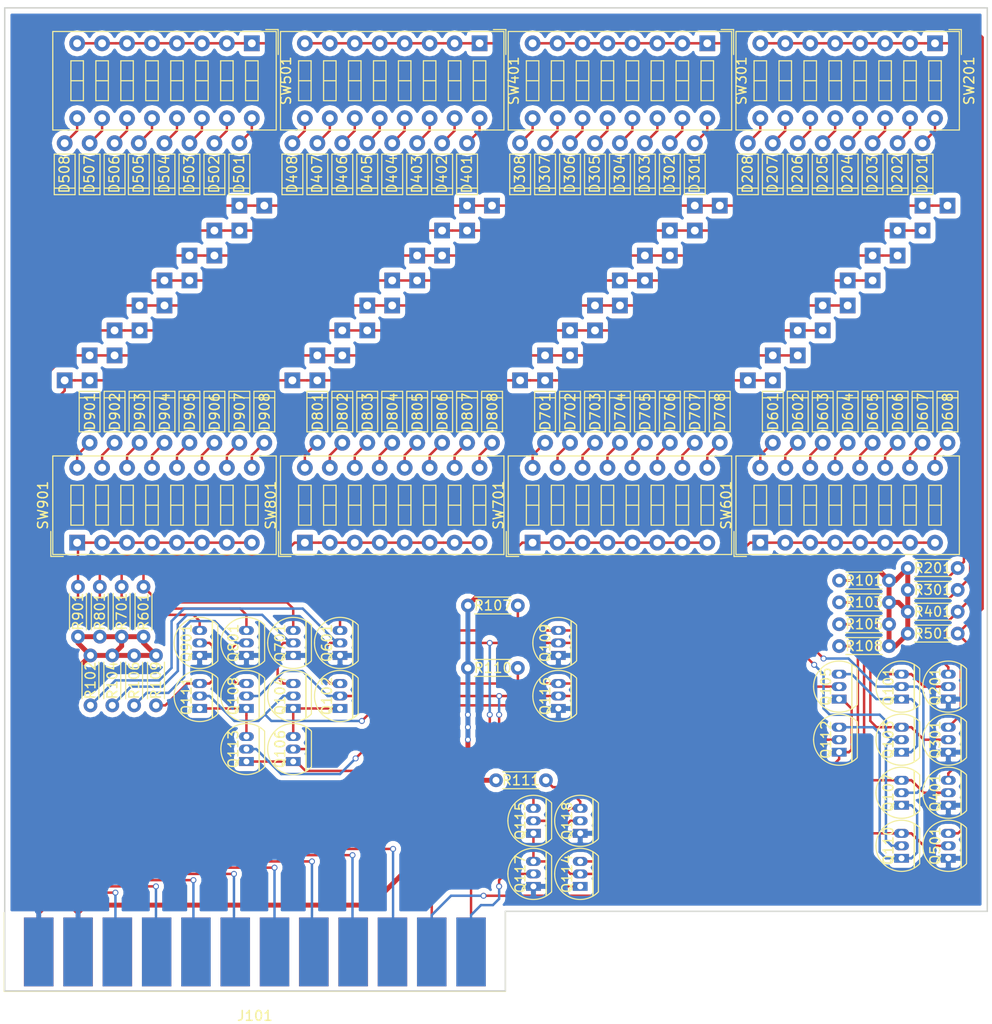
<source format=kicad_pcb>
(kicad_pcb (version 4) (host pcbnew 4.0.7-e2-6376~61~ubuntu18.04.1)
  (layers (0 F.Cu signal) (31 B.Cu signal) (34 B.Paste user) (35 F.Paste user) (36 B.SilkS user) (37 F.SilkS user) (38 B.Mask user) (39 F.Mask user) (44 Edge.Cuts user))
  (net 0 "")
  (net 1 /wordline_0/D0)
  (net 2 "Net-(D201-Pad2)")
  (net 3 /wordline_0/D1)
  (net 4 "Net-(D202-Pad2)")
  (net 5 /wordline_0/D2)
  (net 6 "Net-(D203-Pad2)")
  (net 7 /wordline_0/D3)
  (net 8 "Net-(D204-Pad2)")
  (net 9 "Net-(D205-Pad2)")
  (net 10 "Net-(D206-Pad2)")
  (net 11 "Net-(D207-Pad2)")
  (net 12 "Net-(D208-Pad2)")
  (net 13 "Net-(D301-Pad2)")
  (net 14 "Net-(D302-Pad2)")
  (net 15 "Net-(D303-Pad2)")
  (net 16 "Net-(D304-Pad2)")
  (net 17 "Net-(D305-Pad2)")
  (net 18 "Net-(D306-Pad2)")
  (net 19 "Net-(D307-Pad2)")
  (net 20 "Net-(D308-Pad2)")
  (net 21 "Net-(D401-Pad2)")
  (net 22 "Net-(D402-Pad2)")
  (net 23 "Net-(D403-Pad2)")
  (net 24 "Net-(D404-Pad2)")
  (net 25 "Net-(D405-Pad2)")
  (net 26 "Net-(D406-Pad2)")
  (net 27 "Net-(D407-Pad2)")
  (net 28 "Net-(D408-Pad2)")
  (net 29 "Net-(D501-Pad2)")
  (net 30 "Net-(D502-Pad2)")
  (net 31 "Net-(D503-Pad2)")
  (net 32 "Net-(D504-Pad2)")
  (net 33 "Net-(D505-Pad2)")
  (net 34 "Net-(D506-Pad2)")
  (net 35 "Net-(D507-Pad2)")
  (net 36 "Net-(D508-Pad2)")
  (net 37 "Net-(D601-Pad2)")
  (net 38 "Net-(D602-Pad2)")
  (net 39 "Net-(D603-Pad2)")
  (net 40 "Net-(D604-Pad2)")
  (net 41 "Net-(D605-Pad2)")
  (net 42 "Net-(D606-Pad2)")
  (net 43 "Net-(D607-Pad2)")
  (net 44 "Net-(D608-Pad2)")
  (net 45 "Net-(D701-Pad2)")
  (net 46 "Net-(D702-Pad2)")
  (net 47 "Net-(D703-Pad2)")
  (net 48 "Net-(D704-Pad2)")
  (net 49 "Net-(D705-Pad2)")
  (net 50 "Net-(D706-Pad2)")
  (net 51 "Net-(D707-Pad2)")
  (net 52 "Net-(D708-Pad2)")
  (net 53 "Net-(D801-Pad2)")
  (net 54 "Net-(D802-Pad2)")
  (net 55 "Net-(D803-Pad2)")
  (net 56 "Net-(D804-Pad2)")
  (net 57 "Net-(D805-Pad2)")
  (net 58 "Net-(D806-Pad2)")
  (net 59 "Net-(D807-Pad2)")
  (net 60 "Net-(D808-Pad2)")
  (net 61 "Net-(D901-Pad2)")
  (net 62 "Net-(D902-Pad2)")
  (net 63 "Net-(D903-Pad2)")
  (net 64 "Net-(D904-Pad2)")
  (net 65 "Net-(D905-Pad2)")
  (net 66 "Net-(D906-Pad2)")
  (net 67 "Net-(D907-Pad2)")
  (net 68 "Net-(D908-Pad2)")
  (net 69 VCC)
  (net 70 "Net-(J101-Pad3)")
  (net 71 "Net-(J101-Pad4)")
  (net 72 "Net-(J101-Pad5)")
  (net 73 "Net-(J101-Pad6)")
  (net 74 "Net-(J101-Pad7)")
  (net 75 "Net-(J101-Pad8)")
  (net 76 "Net-(J101-Pad9)")
  (net 77 "Net-(J101-Pad10)")
  (net 78 "Net-(J101-Pad11)")
  (net 79 "Net-(J101-Pad12)")
  (net 80 GND)
  (net 81 "Net-(J101-Pad23)")
  (net 82 "Net-(J101-Pad24)")
  (net 83 "Net-(Q101-Pad2)")
  (net 84 /wordline_0/~E)
  (net 85 "Net-(Q101-Pad1)")
  (net 86 /wordline_4/~E)
  (net 87 "Net-(Q102-Pad1)")
  (net 88 /wordline_1/~E)
  (net 89 /wordline_5/~E)
  (net 90 "Net-(Q105-Pad2)")
  (net 91 "Net-(Q105-Pad1)")
  (net 92 "Net-(Q106-Pad1)")
  (net 93 /wordline_2/~E)
  (net 94 "Net-(Q107-Pad1)")
  (net 95 /wordline_6/~E)
  (net 96 "Net-(Q108-Pad1)")
  (net 97 /wordline_3/~E)
  (net 98 /wordline_7/~E)
  (net 99 "Net-(Q114-Pad1)")
  (net 100 "Net-(Q115-Pad2)")
  (net 101 "Net-(Q201-Pad3)")
  (net 102 "Net-(Q301-Pad3)")
  (net 103 "Net-(Q401-Pad3)")
  (net 104 "Net-(Q501-Pad3)")
  (net 105 "Net-(Q601-Pad3)")
  (net 106 "Net-(Q701-Pad3)")
  (net 107 "Net-(Q801-Pad3)")
  (net 108 "Net-(Q901-Pad3)")
  (net 109 /wordline_4/D3)
  (net 110 /wordline_4/D2)
  (net 111 /wordline_4/D1)
  (net 112 /wordline_4/D0)
  (module footprints:DIPx8 (layer F.Cu) (at 48.809258 69.809666 90)
    (fp_text reference SW901 (at 3.81 -3.48 90) (layer F.SilkS))
    (fp_text value DIPx08)
    (pad 1 thru_hole rect (at 0 0 90) (size 1.6 1.6) (drill 0.8) (layers *.Cu *.Mask) (net 108 "Net-(Q901-Pad3)"))
    (pad 9 thru_hole oval (at 7.62 17.78 90) (size 1.6 1.6) (drill 0.8) (layers *.Cu *.Mask) (net 68 "Net-(D908-Pad2)"))
    (pad 2 thru_hole oval (at 0 2.54 90) (size 1.6 1.6) (drill 0.8) (layers *.Cu *.Mask) (net 108 "Net-(Q901-Pad3)"))
    (pad 10 thru_hole oval (at 7.62 15.24 90) (size 1.6 1.6) (drill 0.8) (layers *.Cu *.Mask) (net 67 "Net-(D907-Pad2)"))
    (pad 3 thru_hole oval (at 0 5.08 90) (size 1.6 1.6) (drill 0.8) (layers *.Cu *.Mask) (net 108 "Net-(Q901-Pad3)"))
    (pad 11 thru_hole oval (at 7.62 12.7 90) (size 1.6 1.6) (drill 0.8) (layers *.Cu *.Mask) (net 66 "Net-(D906-Pad2)"))
    (pad 4 thru_hole oval (at 0 7.62 90) (size 1.6 1.6) (drill 0.8) (layers *.Cu *.Mask) (net 108 "Net-(Q901-Pad3)"))
    (pad 12 thru_hole oval (at 7.62 10.16 90) (size 1.6 1.6) (drill 0.8) (layers *.Cu *.Mask) (net 65 "Net-(D905-Pad2)"))
    (pad 5 thru_hole oval (at 0 10.16 90) (size 1.6 1.6) (drill 0.8) (layers *.Cu *.Mask) (net 108 "Net-(Q901-Pad3)"))
    (pad 13 thru_hole oval (at 7.62 7.62 90) (size 1.6 1.6) (drill 0.8) (layers *.Cu *.Mask) (net 64 "Net-(D904-Pad2)"))
    (pad 6 thru_hole oval (at 0 12.7 90) (size 1.6 1.6) (drill 0.8) (layers *.Cu *.Mask) (net 108 "Net-(Q901-Pad3)"))
    (pad 14 thru_hole oval (at 7.62 5.08 90) (size 1.6 1.6) (drill 0.8) (layers *.Cu *.Mask) (net 63 "Net-(D903-Pad2)"))
    (pad 7 thru_hole oval (at 0 15.24 90) (size 1.6 1.6) (drill 0.8) (layers *.Cu *.Mask) (net 108 "Net-(Q901-Pad3)"))
    (pad 15 thru_hole oval (at 7.62 2.54 90) (size 1.6 1.6) (drill 0.8) (layers *.Cu *.Mask) (net 62 "Net-(D902-Pad2)"))
    (pad 8 thru_hole oval (at 0 17.78 90) (size 1.6 1.6) (drill 0.8) (layers *.Cu *.Mask) (net 108 "Net-(Q901-Pad3)"))
    (pad 16 thru_hole oval (at 7.62 0 90) (size 1.6 1.6) (drill 0.8) (layers *.Cu *.Mask) (net 61 "Net-(D901-Pad2)"))
  )
  (module footprints:DIPx8 (layer F.Cu) (at 66.589258 19.009666 270)
    (fp_text reference SW501 (at 3.81 -3.48 270) (layer F.SilkS))
    (fp_text value DIPx08)
    (pad 1 thru_hole rect (at 0 0 270) (size 1.6 1.6) (drill 0.8) (layers *.Cu *.Mask) (net 104 "Net-(Q501-Pad3)"))
    (pad 9 thru_hole oval (at 7.62 17.78 270) (size 1.6 1.6) (drill 0.8) (layers *.Cu *.Mask) (net 36 "Net-(D508-Pad2)"))
    (pad 2 thru_hole oval (at 0 2.54 270) (size 1.6 1.6) (drill 0.8) (layers *.Cu *.Mask) (net 104 "Net-(Q501-Pad3)"))
    (pad 10 thru_hole oval (at 7.62 15.24 270) (size 1.6 1.6) (drill 0.8) (layers *.Cu *.Mask) (net 35 "Net-(D507-Pad2)"))
    (pad 3 thru_hole oval (at 0 5.08 270) (size 1.6 1.6) (drill 0.8) (layers *.Cu *.Mask) (net 104 "Net-(Q501-Pad3)"))
    (pad 11 thru_hole oval (at 7.62 12.7 270) (size 1.6 1.6) (drill 0.8) (layers *.Cu *.Mask) (net 34 "Net-(D506-Pad2)"))
    (pad 4 thru_hole oval (at 0 7.62 270) (size 1.6 1.6) (drill 0.8) (layers *.Cu *.Mask) (net 104 "Net-(Q501-Pad3)"))
    (pad 12 thru_hole oval (at 7.62 10.16 270) (size 1.6 1.6) (drill 0.8) (layers *.Cu *.Mask) (net 33 "Net-(D505-Pad2)"))
    (pad 5 thru_hole oval (at 0 10.16 270) (size 1.6 1.6) (drill 0.8) (layers *.Cu *.Mask) (net 104 "Net-(Q501-Pad3)"))
    (pad 13 thru_hole oval (at 7.62 7.62 270) (size 1.6 1.6) (drill 0.8) (layers *.Cu *.Mask) (net 32 "Net-(D504-Pad2)"))
    (pad 6 thru_hole oval (at 0 12.7 270) (size 1.6 1.6) (drill 0.8) (layers *.Cu *.Mask) (net 104 "Net-(Q501-Pad3)"))
    (pad 14 thru_hole oval (at 7.62 5.08 270) (size 1.6 1.6) (drill 0.8) (layers *.Cu *.Mask) (net 31 "Net-(D503-Pad2)"))
    (pad 7 thru_hole oval (at 0 15.24 270) (size 1.6 1.6) (drill 0.8) (layers *.Cu *.Mask) (net 104 "Net-(Q501-Pad3)"))
    (pad 15 thru_hole oval (at 7.62 2.54 270) (size 1.6 1.6) (drill 0.8) (layers *.Cu *.Mask) (net 30 "Net-(D502-Pad2)"))
    (pad 8 thru_hole oval (at 0 17.78 270) (size 1.6 1.6) (drill 0.8) (layers *.Cu *.Mask) (net 104 "Net-(Q501-Pad3)"))
    (pad 16 thru_hole oval (at 7.62 0 270) (size 1.6 1.6) (drill 0.8) (layers *.Cu *.Mask) (net 29 "Net-(D501-Pad2)"))
  )
  (module footprints:D_default (layer F.Cu) (at 134.851758 35.519666 90)
    (fp_text reference D201 (at 3.175 -0.028 90) (layer F.SilkS))
    (fp_text value 1N4148)
    (pad 1 thru_hole rect (at 0 0 90) (size 1.6 1.6) (drill 0.8) (layers *.Cu *.Mask) (net 1 /wordline_0/D0))
    (pad 2 thru_hole oval (at 6.35 0 90) (size 1.6 1.6) (drill 0.8) (layers *.Cu *.Mask) (net 2 "Net-(D201-Pad2)"))
  )
  (module footprints:D_default (layer F.Cu) (at 132.311758 35.519666 90)
    (fp_text reference D202 (at 3.175 -0.028 90) (layer F.SilkS))
    (fp_text value 1N4148)
    (pad 1 thru_hole rect (at -2.54 0 90) (size 1.6 1.6) (drill 0.8) (layers *.Cu *.Mask) (net 3 /wordline_0/D1))
    (pad 2 thru_hole oval (at 6.35 0 90) (size 1.6 1.6) (drill 0.8) (layers *.Cu *.Mask) (net 4 "Net-(D202-Pad2)"))
  )
  (module footprints:D_default (layer F.Cu) (at 129.771758 35.519666 90)
    (fp_text reference D203 (at 3.175 -0.028 90) (layer F.SilkS))
    (fp_text value 1N4148)
    (pad 1 thru_hole rect (at -5.08 0 90) (size 1.6 1.6) (drill 0.8) (layers *.Cu *.Mask) (net 5 /wordline_0/D2))
    (pad 2 thru_hole oval (at 6.35 0 90) (size 1.6 1.6) (drill 0.8) (layers *.Cu *.Mask) (net 6 "Net-(D203-Pad2)"))
  )
  (module footprints:D_default (layer F.Cu) (at 127.231758 35.519666 90)
    (fp_text reference D204 (at 3.175 -0.028 90) (layer F.SilkS))
    (fp_text value 1N4148)
    (pad 1 thru_hole rect (at -7.62 0 90) (size 1.6 1.6) (drill 0.8) (layers *.Cu *.Mask) (net 7 /wordline_0/D3))
    (pad 2 thru_hole oval (at 6.35 0 90) (size 1.6 1.6) (drill 0.8) (layers *.Cu *.Mask) (net 8 "Net-(D204-Pad2)"))
  )
  (module footprints:D_default (layer F.Cu) (at 124.691758 35.519666 90)
    (fp_text reference D205 (at 3.175 -0.028 90) (layer F.SilkS))
    (fp_text value 1N4148)
    (pad 1 thru_hole rect (at -10.16 0 90) (size 1.6 1.6) (drill 0.8) (layers *.Cu *.Mask) (net 109 /wordline_4/D3))
    (pad 2 thru_hole oval (at 6.35 0 90) (size 1.6 1.6) (drill 0.8) (layers *.Cu *.Mask) (net 9 "Net-(D205-Pad2)"))
  )
  (module footprints:D_default (layer F.Cu) (at 122.151758 35.519666 90)
    (fp_text reference D206 (at 3.175 -0.028 90) (layer F.SilkS))
    (fp_text value 1N4148)
    (pad 1 thru_hole rect (at -12.7 0 90) (size 1.6 1.6) (drill 0.8) (layers *.Cu *.Mask) (net 110 /wordline_4/D2))
    (pad 2 thru_hole oval (at 6.35 0 90) (size 1.6 1.6) (drill 0.8) (layers *.Cu *.Mask) (net 10 "Net-(D206-Pad2)"))
  )
  (module footprints:D_default (layer F.Cu) (at 119.611758 35.519666 90)
    (fp_text reference D207 (at 3.175 -0.028 90) (layer F.SilkS))
    (fp_text value 1N4148)
    (pad 1 thru_hole rect (at -15.24 0 90) (size 1.6 1.6) (drill 0.8) (layers *.Cu *.Mask) (net 111 /wordline_4/D1))
    (pad 2 thru_hole oval (at 6.35 0 90) (size 1.6 1.6) (drill 0.8) (layers *.Cu *.Mask) (net 11 "Net-(D207-Pad2)"))
  )
  (module footprints:D_default (layer F.Cu) (at 117.071758 35.519666 90)
    (fp_text reference D208 (at 3.175 -0.028 90) (layer F.SilkS))
    (fp_text value 1N4148)
    (pad 1 thru_hole rect (at -17.78 0 90) (size 1.6 1.6) (drill 0.8) (layers *.Cu *.Mask) (net 112 /wordline_4/D0))
    (pad 2 thru_hole oval (at 6.35 0 90) (size 1.6 1.6) (drill 0.8) (layers *.Cu *.Mask) (net 12 "Net-(D208-Pad2)"))
  )
  (module footprints:D_default (layer F.Cu) (at 111.674258 35.519666 90)
    (fp_text reference D301 (at 3.175 -0.028 90) (layer F.SilkS))
    (fp_text value 1N4148)
    (pad 1 thru_hole rect (at 0 0 90) (size 1.6 1.6) (drill 0.8) (layers *.Cu *.Mask) (net 1 /wordline_0/D0))
    (pad 2 thru_hole oval (at 6.35 0 90) (size 1.6 1.6) (drill 0.8) (layers *.Cu *.Mask) (net 13 "Net-(D301-Pad2)"))
  )
  (module footprints:D_default (layer F.Cu) (at 109.134258 35.519666 90)
    (fp_text reference D302 (at 3.175 -0.028 90) (layer F.SilkS))
    (fp_text value 1N4148)
    (pad 1 thru_hole rect (at -2.54 0 90) (size 1.6 1.6) (drill 0.8) (layers *.Cu *.Mask) (net 3 /wordline_0/D1))
    (pad 2 thru_hole oval (at 6.35 0 90) (size 1.6 1.6) (drill 0.8) (layers *.Cu *.Mask) (net 14 "Net-(D302-Pad2)"))
  )
  (module footprints:D_default (layer F.Cu) (at 106.594258 35.519666 90)
    (fp_text reference D303 (at 3.175 -0.028 90) (layer F.SilkS))
    (fp_text value 1N4148)
    (pad 1 thru_hole rect (at -5.08 0 90) (size 1.6 1.6) (drill 0.8) (layers *.Cu *.Mask) (net 5 /wordline_0/D2))
    (pad 2 thru_hole oval (at 6.35 0 90) (size 1.6 1.6) (drill 0.8) (layers *.Cu *.Mask) (net 15 "Net-(D303-Pad2)"))
  )
  (module footprints:D_default (layer F.Cu) (at 104.054258 35.519666 90)
    (fp_text reference D304 (at 3.175 -0.028 90) (layer F.SilkS))
    (fp_text value 1N4148)
    (pad 1 thru_hole rect (at -7.62 0 90) (size 1.6 1.6) (drill 0.8) (layers *.Cu *.Mask) (net 7 /wordline_0/D3))
    (pad 2 thru_hole oval (at 6.35 0 90) (size 1.6 1.6) (drill 0.8) (layers *.Cu *.Mask) (net 16 "Net-(D304-Pad2)"))
  )
  (module footprints:D_default (layer F.Cu) (at 101.514258 35.519666 90)
    (fp_text reference D305 (at 3.175 -0.028 90) (layer F.SilkS))
    (fp_text value 1N4148)
    (pad 1 thru_hole rect (at -10.16 0 90) (size 1.6 1.6) (drill 0.8) (layers *.Cu *.Mask) (net 109 /wordline_4/D3))
    (pad 2 thru_hole oval (at 6.35 0 90) (size 1.6 1.6) (drill 0.8) (layers *.Cu *.Mask) (net 17 "Net-(D305-Pad2)"))
  )
  (module footprints:D_default (layer F.Cu) (at 98.974258 35.519666 90)
    (fp_text reference D306 (at 3.175 -0.028 90) (layer F.SilkS))
    (fp_text value 1N4148)
    (pad 1 thru_hole rect (at -12.7 0 90) (size 1.6 1.6) (drill 0.8) (layers *.Cu *.Mask) (net 110 /wordline_4/D2))
    (pad 2 thru_hole oval (at 6.35 0 90) (size 1.6 1.6) (drill 0.8) (layers *.Cu *.Mask) (net 18 "Net-(D306-Pad2)"))
  )
  (module footprints:D_default (layer F.Cu) (at 96.434258 35.519666 90)
    (fp_text reference D307 (at 3.175 -0.028 90) (layer F.SilkS))
    (fp_text value 1N4148)
    (pad 1 thru_hole rect (at -15.24 0 90) (size 1.6 1.6) (drill 0.8) (layers *.Cu *.Mask) (net 111 /wordline_4/D1))
    (pad 2 thru_hole oval (at 6.35 0 90) (size 1.6 1.6) (drill 0.8) (layers *.Cu *.Mask) (net 19 "Net-(D307-Pad2)"))
  )
  (module footprints:D_default (layer F.Cu) (at 93.894258 35.519666 90)
    (fp_text reference D308 (at 3.175 -0.028 90) (layer F.SilkS))
    (fp_text value 1N4148)
    (pad 1 thru_hole rect (at -17.78 0 90) (size 1.6 1.6) (drill 0.8) (layers *.Cu *.Mask) (net 112 /wordline_4/D0))
    (pad 2 thru_hole oval (at 6.35 0 90) (size 1.6 1.6) (drill 0.8) (layers *.Cu *.Mask) (net 20 "Net-(D308-Pad2)"))
  )
  (module footprints:D_default (layer F.Cu) (at 88.496758 35.519666 90)
    (fp_text reference D401 (at 3.175 -0.028 90) (layer F.SilkS))
    (fp_text value 1N4148)
    (pad 1 thru_hole rect (at 0 0 90) (size 1.6 1.6) (drill 0.8) (layers *.Cu *.Mask) (net 1 /wordline_0/D0))
    (pad 2 thru_hole oval (at 6.35 0 90) (size 1.6 1.6) (drill 0.8) (layers *.Cu *.Mask) (net 21 "Net-(D401-Pad2)"))
  )
  (module footprints:D_default (layer F.Cu) (at 85.956758 35.519666 90)
    (fp_text reference D402 (at 3.175 -0.028 90) (layer F.SilkS))
    (fp_text value 1N4148)
    (pad 1 thru_hole rect (at -2.54 0 90) (size 1.6 1.6) (drill 0.8) (layers *.Cu *.Mask) (net 3 /wordline_0/D1))
    (pad 2 thru_hole oval (at 6.35 0 90) (size 1.6 1.6) (drill 0.8) (layers *.Cu *.Mask) (net 22 "Net-(D402-Pad2)"))
  )
  (module footprints:D_default (layer F.Cu) (at 83.416758 35.519666 90)
    (fp_text reference D403 (at 3.175 -0.028 90) (layer F.SilkS))
    (fp_text value 1N4148)
    (pad 1 thru_hole rect (at -5.08 0 90) (size 1.6 1.6) (drill 0.8) (layers *.Cu *.Mask) (net 5 /wordline_0/D2))
    (pad 2 thru_hole oval (at 6.35 0 90) (size 1.6 1.6) (drill 0.8) (layers *.Cu *.Mask) (net 23 "Net-(D403-Pad2)"))
  )
  (module footprints:D_default (layer F.Cu) (at 80.876758 35.519666 90)
    (fp_text reference D404 (at 3.175 -0.028 90) (layer F.SilkS))
    (fp_text value 1N4148)
    (pad 1 thru_hole rect (at -7.62 0 90) (size 1.6 1.6) (drill 0.8) (layers *.Cu *.Mask) (net 7 /wordline_0/D3))
    (pad 2 thru_hole oval (at 6.35 0 90) (size 1.6 1.6) (drill 0.8) (layers *.Cu *.Mask) (net 24 "Net-(D404-Pad2)"))
  )
  (module footprints:D_default (layer F.Cu) (at 78.336758 35.519666 90)
    (fp_text reference D405 (at 3.175 -0.028 90) (layer F.SilkS))
    (fp_text value 1N4148)
    (pad 1 thru_hole rect (at -10.16 0 90) (size 1.6 1.6) (drill 0.8) (layers *.Cu *.Mask) (net 109 /wordline_4/D3))
    (pad 2 thru_hole oval (at 6.35 0 90) (size 1.6 1.6) (drill 0.8) (layers *.Cu *.Mask) (net 25 "Net-(D405-Pad2)"))
  )
  (module footprints:D_default (layer F.Cu) (at 75.796758 35.519666 90)
    (fp_text reference D406 (at 3.175 -0.028 90) (layer F.SilkS))
    (fp_text value 1N4148)
    (pad 1 thru_hole rect (at -12.7 0 90) (size 1.6 1.6) (drill 0.8) (layers *.Cu *.Mask) (net 110 /wordline_4/D2))
    (pad 2 thru_hole oval (at 6.35 0 90) (size 1.6 1.6) (drill 0.8) (layers *.Cu *.Mask) (net 26 "Net-(D406-Pad2)"))
  )
  (module footprints:D_default (layer F.Cu) (at 73.256758 35.519666 90)
    (fp_text reference D407 (at 3.175 -0.028 90) (layer F.SilkS))
    (fp_text value 1N4148)
    (pad 1 thru_hole rect (at -15.24 0 90) (size 1.6 1.6) (drill 0.8) (layers *.Cu *.Mask) (net 111 /wordline_4/D1))
    (pad 2 thru_hole oval (at 6.35 0 90) (size 1.6 1.6) (drill 0.8) (layers *.Cu *.Mask) (net 27 "Net-(D407-Pad2)"))
  )
  (module footprints:D_default (layer F.Cu) (at 70.716758 35.519666 90)
    (fp_text reference D408 (at 3.175 -0.028 90) (layer F.SilkS))
    (fp_text value 1N4148)
    (pad 1 thru_hole rect (at -17.78 0 90) (size 1.6 1.6) (drill 0.8) (layers *.Cu *.Mask) (net 112 /wordline_4/D0))
    (pad 2 thru_hole oval (at 6.35 0 90) (size 1.6 1.6) (drill 0.8) (layers *.Cu *.Mask) (net 28 "Net-(D408-Pad2)"))
  )
  (module footprints:D_default (layer F.Cu) (at 65.319258 35.519666 90)
    (fp_text reference D501 (at 3.175 -0.028 90) (layer F.SilkS))
    (fp_text value 1N4148)
    (pad 1 thru_hole rect (at 0 0 90) (size 1.6 1.6) (drill 0.8) (layers *.Cu *.Mask) (net 1 /wordline_0/D0))
    (pad 2 thru_hole oval (at 6.35 0 90) (size 1.6 1.6) (drill 0.8) (layers *.Cu *.Mask) (net 29 "Net-(D501-Pad2)"))
  )
  (module footprints:D_default (layer F.Cu) (at 62.779258 35.519666 90)
    (fp_text reference D502 (at 3.175 -0.028 90) (layer F.SilkS))
    (fp_text value 1N4148)
    (pad 1 thru_hole rect (at -2.54 0 90) (size 1.6 1.6) (drill 0.8) (layers *.Cu *.Mask) (net 3 /wordline_0/D1))
    (pad 2 thru_hole oval (at 6.35 0 90) (size 1.6 1.6) (drill 0.8) (layers *.Cu *.Mask) (net 30 "Net-(D502-Pad2)"))
  )
  (module footprints:D_default (layer F.Cu) (at 60.239258 35.519666 90)
    (fp_text reference D503 (at 3.175 -0.028 90) (layer F.SilkS))
    (fp_text value 1N4148)
    (pad 1 thru_hole rect (at -5.08 0 90) (size 1.6 1.6) (drill 0.8) (layers *.Cu *.Mask) (net 5 /wordline_0/D2))
    (pad 2 thru_hole oval (at 6.35 0 90) (size 1.6 1.6) (drill 0.8) (layers *.Cu *.Mask) (net 31 "Net-(D503-Pad2)"))
  )
  (module footprints:D_default (layer F.Cu) (at 57.699258 35.519666 90)
    (fp_text reference D504 (at 3.175 -0.028 90) (layer F.SilkS))
    (fp_text value 1N4148)
    (pad 1 thru_hole rect (at -7.62 0 90) (size 1.6 1.6) (drill 0.8) (layers *.Cu *.Mask) (net 7 /wordline_0/D3))
    (pad 2 thru_hole oval (at 6.35 0 90) (size 1.6 1.6) (drill 0.8) (layers *.Cu *.Mask) (net 32 "Net-(D504-Pad2)"))
  )
  (module footprints:D_default (layer F.Cu) (at 55.086757 35.519666 90)
    (fp_text reference D505 (at 3.175 -0.028 90) (layer F.SilkS))
    (fp_text value 1N4148)
    (pad 1 thru_hole rect (at -10.16 0.072501 90) (size 1.6 1.6) (drill 0.8) (layers *.Cu *.Mask) (net 109 /wordline_4/D3))
    (pad 2 thru_hole oval (at 6.35 0 90) (size 1.6 1.6) (drill 0.8) (layers *.Cu *.Mask) (net 33 "Net-(D505-Pad2)"))
  )
  (module footprints:D_default (layer F.Cu) (at 52.619258 35.519666 90)
    (fp_text reference D506 (at 3.175 -0.028 90) (layer F.SilkS))
    (fp_text value 1N4148)
    (pad 1 thru_hole rect (at -12.7 0 90) (size 1.6 1.6) (drill 0.8) (layers *.Cu *.Mask) (net 110 /wordline_4/D2))
    (pad 2 thru_hole oval (at 6.35 0 90) (size 1.6 1.6) (drill 0.8) (layers *.Cu *.Mask) (net 34 "Net-(D506-Pad2)"))
  )
  (module footprints:D_default (layer F.Cu) (at 50.079258 35.519666 90)
    (fp_text reference D507 (at 3.175 -0.028 90) (layer F.SilkS))
    (fp_text value 1N4148)
    (pad 1 thru_hole rect (at -15.24 0 90) (size 1.6 1.6) (drill 0.8) (layers *.Cu *.Mask) (net 111 /wordline_4/D1))
    (pad 2 thru_hole oval (at 6.35 0 90) (size 1.6 1.6) (drill 0.8) (layers *.Cu *.Mask) (net 35 "Net-(D507-Pad2)"))
  )
  (module footprints:D_default (layer F.Cu) (at 47.539258 35.519666 90)
    (fp_text reference D508 (at 3.175 -0.028 90) (layer F.SilkS))
    (fp_text value 1N4148)
    (pad 1 thru_hole rect (at -17.78 0 90) (size 1.6 1.6) (drill 0.8) (layers *.Cu *.Mask) (net 112 /wordline_4/D0))
    (pad 2 thru_hole oval (at 6.35 0 90) (size 1.6 1.6) (drill 0.8) (layers *.Cu *.Mask) (net 36 "Net-(D508-Pad2)"))
  )
  (module footprints:D_default (layer F.Cu) (at 119.611758 53.299666 270)
    (fp_text reference D601 (at 3.175 -0.028 270) (layer F.SilkS))
    (fp_text value 1N4148)
    (pad 1 thru_hole rect (at 0 0 270) (size 1.6 1.6) (drill 0.8) (layers *.Cu *.Mask) (net 112 /wordline_4/D0))
    (pad 2 thru_hole oval (at 6.35 0 270) (size 1.6 1.6) (drill 0.8) (layers *.Cu *.Mask) (net 37 "Net-(D601-Pad2)"))
  )
  (module footprints:D_default (layer F.Cu) (at 122.151758 53.299666 270)
    (fp_text reference D602 (at 3.175 -0.028 270) (layer F.SilkS))
    (fp_text value 1N4148)
    (pad 1 thru_hole rect (at -2.54 0 270) (size 1.6 1.6) (drill 0.8) (layers *.Cu *.Mask) (net 111 /wordline_4/D1))
    (pad 2 thru_hole oval (at 6.35 0 270) (size 1.6 1.6) (drill 0.8) (layers *.Cu *.Mask) (net 38 "Net-(D602-Pad2)"))
  )
  (module footprints:D_default (layer F.Cu) (at 124.691758 53.299666 270)
    (fp_text reference D603 (at 3.175 -0.028 270) (layer F.SilkS))
    (fp_text value 1N4148)
    (pad 1 thru_hole rect (at -5.08 0 270) (size 1.6 1.6) (drill 0.8) (layers *.Cu *.Mask) (net 110 /wordline_4/D2))
    (pad 2 thru_hole oval (at 6.35 0 270) (size 1.6 1.6) (drill 0.8) (layers *.Cu *.Mask) (net 39 "Net-(D603-Pad2)"))
  )
  (module footprints:D_default (layer F.Cu) (at 127.231758 53.299666 270)
    (fp_text reference D604 (at 3.175 -0.028 270) (layer F.SilkS))
    (fp_text value 1N4148)
    (pad 1 thru_hole rect (at -7.62 0 270) (size 1.6 1.6) (drill 0.8) (layers *.Cu *.Mask) (net 109 /wordline_4/D3))
    (pad 2 thru_hole oval (at 6.35 0 270) (size 1.6 1.6) (drill 0.8) (layers *.Cu *.Mask) (net 40 "Net-(D604-Pad2)"))
  )
  (module footprints:D_default (layer F.Cu) (at 129.771758 53.299666 270)
    (fp_text reference D605 (at 3.175 -0.028 270) (layer F.SilkS))
    (fp_text value 1N4148)
    (pad 1 thru_hole rect (at -10.16 0 270) (size 1.6 1.6) (drill 0.8) (layers *.Cu *.Mask) (net 7 /wordline_0/D3))
    (pad 2 thru_hole oval (at 6.35 0 270) (size 1.6 1.6) (drill 0.8) (layers *.Cu *.Mask) (net 41 "Net-(D605-Pad2)"))
  )
  (module footprints:D_default (layer F.Cu) (at 132.311758 53.299666 270)
    (fp_text reference D606 (at 3.175 -0.028 270) (layer F.SilkS))
    (fp_text value 1N4148)
    (pad 1 thru_hole rect (at -12.7 0 270) (size 1.6 1.6) (drill 0.8) (layers *.Cu *.Mask) (net 5 /wordline_0/D2))
    (pad 2 thru_hole oval (at 6.35 0 270) (size 1.6 1.6) (drill 0.8) (layers *.Cu *.Mask) (net 42 "Net-(D606-Pad2)"))
  )
  (module footprints:D_default (layer F.Cu) (at 134.851758 53.299666 270)
    (fp_text reference D607 (at 3.175 -0.028 270) (layer F.SilkS))
    (fp_text value 1N4148)
    (pad 1 thru_hole rect (at -15.24 0 270) (size 1.6 1.6) (drill 0.8) (layers *.Cu *.Mask) (net 3 /wordline_0/D1))
    (pad 2 thru_hole oval (at 6.35 0 270) (size 1.6 1.6) (drill 0.8) (layers *.Cu *.Mask) (net 43 "Net-(D607-Pad2)"))
  )
  (module footprints:D_default (layer F.Cu) (at 137.391758 53.299666 270)
    (fp_text reference D608 (at 3.175 -0.028 270) (layer F.SilkS))
    (fp_text value 1N4148)
    (pad 1 thru_hole rect (at -17.78 0 270) (size 1.6 1.6) (drill 0.8) (layers *.Cu *.Mask) (net 1 /wordline_0/D0))
    (pad 2 thru_hole oval (at 6.35 0 270) (size 1.6 1.6) (drill 0.8) (layers *.Cu *.Mask) (net 44 "Net-(D608-Pad2)"))
  )
  (module footprints:D_default (layer F.Cu) (at 96.434258 53.299666 270)
    (fp_text reference D701 (at 3.175 -0.028 270) (layer F.SilkS))
    (fp_text value 1N4148)
    (pad 1 thru_hole rect (at 0 0 270) (size 1.6 1.6) (drill 0.8) (layers *.Cu *.Mask) (net 112 /wordline_4/D0))
    (pad 2 thru_hole oval (at 6.35 0 270) (size 1.6 1.6) (drill 0.8) (layers *.Cu *.Mask) (net 45 "Net-(D701-Pad2)"))
  )
  (module footprints:D_default (layer F.Cu) (at 98.974258 53.299666 270)
    (fp_text reference D702 (at 3.175 -0.028 270) (layer F.SilkS))
    (fp_text value 1N4148)
    (pad 1 thru_hole rect (at -2.54 0 270) (size 1.6 1.6) (drill 0.8) (layers *.Cu *.Mask) (net 111 /wordline_4/D1))
    (pad 2 thru_hole oval (at 6.35 0 270) (size 1.6 1.6) (drill 0.8) (layers *.Cu *.Mask) (net 46 "Net-(D702-Pad2)"))
  )
  (module footprints:D_default (layer F.Cu) (at 101.514258 53.299666 270)
    (fp_text reference D703 (at 3.175 -0.028 270) (layer F.SilkS))
    (fp_text value 1N4148)
    (pad 1 thru_hole rect (at -5.08 0 270) (size 1.6 1.6) (drill 0.8) (layers *.Cu *.Mask) (net 110 /wordline_4/D2))
    (pad 2 thru_hole oval (at 6.35 0 270) (size 1.6 1.6) (drill 0.8) (layers *.Cu *.Mask) (net 47 "Net-(D703-Pad2)"))
  )
  (module footprints:D_default (layer F.Cu) (at 104.054258 53.299666 270)
    (fp_text reference D704 (at 3.175 -0.028 270) (layer F.SilkS))
    (fp_text value 1N4148)
    (pad 1 thru_hole rect (at -7.62 0 270) (size 1.6 1.6) (drill 0.8) (layers *.Cu *.Mask) (net 109 /wordline_4/D3))
    (pad 2 thru_hole oval (at 6.35 0 270) (size 1.6 1.6) (drill 0.8) (layers *.Cu *.Mask) (net 48 "Net-(D704-Pad2)"))
  )
  (module footprints:D_default (layer F.Cu) (at 106.594258 53.299666 270)
    (fp_text reference D705 (at 3.175 -0.028 270) (layer F.SilkS))
    (fp_text value 1N4148)
    (pad 1 thru_hole rect (at -10.16 0 270) (size 1.6 1.6) (drill 0.8) (layers *.Cu *.Mask) (net 7 /wordline_0/D3))
    (pad 2 thru_hole oval (at 6.35 0 270) (size 1.6 1.6) (drill 0.8) (layers *.Cu *.Mask) (net 49 "Net-(D705-Pad2)"))
  )
  (module footprints:D_default (layer F.Cu) (at 109.134258 53.299666 270)
    (fp_text reference D706 (at 3.175 -0.028 270) (layer F.SilkS))
    (fp_text value 1N4148)
    (pad 1 thru_hole rect (at -12.7 0 270) (size 1.6 1.6) (drill 0.8) (layers *.Cu *.Mask) (net 5 /wordline_0/D2))
    (pad 2 thru_hole oval (at 6.35 0 270) (size 1.6 1.6) (drill 0.8) (layers *.Cu *.Mask) (net 50 "Net-(D706-Pad2)"))
  )
  (module footprints:D_default (layer F.Cu) (at 111.674258 53.299666 270)
    (fp_text reference D707 (at 3.175 -0.028 270) (layer F.SilkS))
    (fp_text value 1N4148)
    (pad 1 thru_hole rect (at -15.24 0 270) (size 1.6 1.6) (drill 0.8) (layers *.Cu *.Mask) (net 3 /wordline_0/D1))
    (pad 2 thru_hole oval (at 6.35 0 270) (size 1.6 1.6) (drill 0.8) (layers *.Cu *.Mask) (net 51 "Net-(D707-Pad2)"))
  )
  (module footprints:D_default (layer F.Cu) (at 114.214258 53.299666 270)
    (fp_text reference D708 (at 3.175 -0.028 270) (layer F.SilkS))
    (fp_text value 1N4148)
    (pad 1 thru_hole rect (at -17.78 0 270) (size 1.6 1.6) (drill 0.8) (layers *.Cu *.Mask) (net 1 /wordline_0/D0))
    (pad 2 thru_hole oval (at 6.35 0 270) (size 1.6 1.6) (drill 0.8) (layers *.Cu *.Mask) (net 52 "Net-(D708-Pad2)"))
  )
  (module footprints:D_default (layer F.Cu) (at 73.256758 53.299666 270)
    (fp_text reference D801 (at 3.175 -0.028 270) (layer F.SilkS))
    (fp_text value 1N4148)
    (pad 1 thru_hole rect (at 0 0 270) (size 1.6 1.6) (drill 0.8) (layers *.Cu *.Mask) (net 112 /wordline_4/D0))
    (pad 2 thru_hole oval (at 6.35 0 270) (size 1.6 1.6) (drill 0.8) (layers *.Cu *.Mask) (net 53 "Net-(D801-Pad2)"))
  )
  (module footprints:D_default (layer F.Cu) (at 75.796758 53.299666 270)
    (fp_text reference D802 (at 3.175 -0.028 270) (layer F.SilkS))
    (fp_text value 1N4148)
    (pad 1 thru_hole rect (at -2.54 0 270) (size 1.6 1.6) (drill 0.8) (layers *.Cu *.Mask) (net 111 /wordline_4/D1))
    (pad 2 thru_hole oval (at 6.35 0 270) (size 1.6 1.6) (drill 0.8) (layers *.Cu *.Mask) (net 54 "Net-(D802-Pad2)"))
  )
  (module footprints:D_default (layer F.Cu) (at 78.336758 53.299666 270)
    (fp_text reference D803 (at 3.175 -0.028 270) (layer F.SilkS))
    (fp_text value 1N4148)
    (pad 1 thru_hole rect (at -5.08 0 270) (size 1.6 1.6) (drill 0.8) (layers *.Cu *.Mask) (net 110 /wordline_4/D2))
    (pad 2 thru_hole oval (at 6.35 0 270) (size 1.6 1.6) (drill 0.8) (layers *.Cu *.Mask) (net 55 "Net-(D803-Pad2)"))
  )
  (module footprints:D_default (layer F.Cu) (at 80.876758 53.299666 270)
    (fp_text reference D804 (at 3.175 -0.028 270) (layer F.SilkS))
    (fp_text value 1N4148)
    (pad 1 thru_hole rect (at -7.62 0 270) (size 1.6 1.6) (drill 0.8) (layers *.Cu *.Mask) (net 109 /wordline_4/D3))
    (pad 2 thru_hole oval (at 6.35 0 270) (size 1.6 1.6) (drill 0.8) (layers *.Cu *.Mask) (net 56 "Net-(D804-Pad2)"))
  )
  (module footprints:D_default (layer F.Cu) (at 83.416758 53.299666 270)
    (fp_text reference D805 (at 3.175 -0.028 270) (layer F.SilkS))
    (fp_text value 1N4148)
    (pad 1 thru_hole rect (at -10.16 0 270) (size 1.6 1.6) (drill 0.8) (layers *.Cu *.Mask) (net 7 /wordline_0/D3))
    (pad 2 thru_hole oval (at 6.35 0 270) (size 1.6 1.6) (drill 0.8) (layers *.Cu *.Mask) (net 57 "Net-(D805-Pad2)"))
  )
  (module footprints:D_default (layer F.Cu) (at 85.956758 53.299666 270)
    (fp_text reference D806 (at 3.175 -0.028 270) (layer F.SilkS))
    (fp_text value 1N4148)
    (pad 1 thru_hole rect (at -12.7 0 270) (size 1.6 1.6) (drill 0.8) (layers *.Cu *.Mask) (net 5 /wordline_0/D2))
    (pad 2 thru_hole oval (at 6.35 0 270) (size 1.6 1.6) (drill 0.8) (layers *.Cu *.Mask) (net 58 "Net-(D806-Pad2)"))
  )
  (module footprints:D_default (layer F.Cu) (at 88.496758 53.299666 270)
    (fp_text reference D807 (at 3.175 -0.028 270) (layer F.SilkS))
    (fp_text value 1N4148)
    (pad 1 thru_hole rect (at -15.24 0 270) (size 1.6 1.6) (drill 0.8) (layers *.Cu *.Mask) (net 3 /wordline_0/D1))
    (pad 2 thru_hole oval (at 6.35 0 270) (size 1.6 1.6) (drill 0.8) (layers *.Cu *.Mask) (net 59 "Net-(D807-Pad2)"))
  )
  (module footprints:D_default (layer F.Cu) (at 91.036758 53.299666 270)
    (fp_text reference D808 (at 3.175 -0.028 270) (layer F.SilkS))
    (fp_text value 1N4148)
    (pad 1 thru_hole rect (at -17.78 0 270) (size 1.6 1.6) (drill 0.8) (layers *.Cu *.Mask) (net 1 /wordline_0/D0))
    (pad 2 thru_hole oval (at 6.35 0 270) (size 1.6 1.6) (drill 0.8) (layers *.Cu *.Mask) (net 60 "Net-(D808-Pad2)"))
  )
  (module footprints:D_default (layer F.Cu) (at 50.079258 53.299666 270)
    (fp_text reference D901 (at 3.175 -0.028 270) (layer F.SilkS))
    (fp_text value 1N4148)
    (pad 1 thru_hole rect (at 0 0 270) (size 1.6 1.6) (drill 0.8) (layers *.Cu *.Mask) (net 112 /wordline_4/D0))
    (pad 2 thru_hole oval (at 6.35 0 270) (size 1.6 1.6) (drill 0.8) (layers *.Cu *.Mask) (net 61 "Net-(D901-Pad2)"))
  )
  (module footprints:D_default (layer F.Cu) (at 52.619258 53.299666 270)
    (fp_text reference D902 (at 3.175 -0.028 270) (layer F.SilkS))
    (fp_text value 1N4148)
    (pad 1 thru_hole rect (at -2.54 0 270) (size 1.6 1.6) (drill 0.8) (layers *.Cu *.Mask) (net 111 /wordline_4/D1))
    (pad 2 thru_hole oval (at 6.35 0 270) (size 1.6 1.6) (drill 0.8) (layers *.Cu *.Mask) (net 62 "Net-(D902-Pad2)"))
  )
  (module footprints:D_default (layer F.Cu) (at 55.159258 53.299666 270)
    (fp_text reference D903 (at 3.175 -0.028 270) (layer F.SilkS))
    (fp_text value 1N4148)
    (pad 1 thru_hole rect (at -5.08 0 270) (size 1.6 1.6) (drill 0.8) (layers *.Cu *.Mask) (net 110 /wordline_4/D2))
    (pad 2 thru_hole oval (at 6.35 0 270) (size 1.6 1.6) (drill 0.8) (layers *.Cu *.Mask) (net 63 "Net-(D903-Pad2)"))
  )
  (module footprints:D_default (layer F.Cu) (at 57.699258 53.299666 270)
    (fp_text reference D904 (at 3.175 -0.028 270) (layer F.SilkS))
    (fp_text value 1N4148)
    (pad 1 thru_hole rect (at -7.62 0 270) (size 1.6 1.6) (drill 0.8) (layers *.Cu *.Mask) (net 109 /wordline_4/D3))
    (pad 2 thru_hole oval (at 6.35 0 270) (size 1.6 1.6) (drill 0.8) (layers *.Cu *.Mask) (net 64 "Net-(D904-Pad2)"))
  )
  (module footprints:D_default (layer F.Cu) (at 60.239258 53.299666 270)
    (fp_text reference D905 (at 3.175 -0.028 270) (layer F.SilkS))
    (fp_text value 1N4148)
    (pad 1 thru_hole rect (at -10.16 0 270) (size 1.6 1.6) (drill 0.8) (layers *.Cu *.Mask) (net 7 /wordline_0/D3))
    (pad 2 thru_hole oval (at 6.35 0 270) (size 1.6 1.6) (drill 0.8) (layers *.Cu *.Mask) (net 65 "Net-(D905-Pad2)"))
  )
  (module footprints:D_default (layer F.Cu) (at 62.779258 53.299666 270)
    (fp_text reference D906 (at 3.175 -0.028 270) (layer F.SilkS))
    (fp_text value 1N4148)
    (pad 1 thru_hole rect (at -12.7 0 270) (size 1.6 1.6) (drill 0.8) (layers *.Cu *.Mask) (net 5 /wordline_0/D2))
    (pad 2 thru_hole oval (at 6.35 0 270) (size 1.6 1.6) (drill 0.8) (layers *.Cu *.Mask) (net 66 "Net-(D906-Pad2)"))
  )
  (module footprints:D_default (layer F.Cu) (at 65.319258 53.299666 270)
    (fp_text reference D907 (at 3.175 -0.028 270) (layer F.SilkS))
    (fp_text value 1N4148)
    (pad 1 thru_hole rect (at -15.24 0 270) (size 1.6 1.6) (drill 0.8) (layers *.Cu *.Mask) (net 3 /wordline_0/D1))
    (pad 2 thru_hole oval (at 6.35 0 270) (size 1.6 1.6) (drill 0.8) (layers *.Cu *.Mask) (net 67 "Net-(D907-Pad2)"))
  )
  (module footprints:D_default (layer F.Cu) (at 67.859258 53.299666 270)
    (fp_text reference D908 (at 3.175 -0.028 270) (layer F.SilkS))
    (fp_text value 1N4148)
    (pad 1 thru_hole rect (at -17.78 0 270) (size 1.6 1.6) (drill 0.8) (layers *.Cu *.Mask) (net 1 /wordline_0/D0))
    (pad 2 thru_hole oval (at 6.35 0 270) (size 1.6 1.6) (drill 0.8) (layers *.Cu *.Mask) (net 68 "Net-(D908-Pad2)"))
  )
  (module footprints:cardedge_12p (layer F.Cu) (at 66.9 117.4425)
    (fp_text reference J101 (at 0 0.5) (layer F.SilkS))
    (fp_text value cardedge)
    (pad 1 connect rect (at -22 -6) (size 3 7) (layers F.Cu F.Mask) (net 69 VCC))
    (pad 2 connect rect (at -18 -6) (size 3 7) (layers F.Cu F.Mask) (net 69 VCC))
    (pad 3 connect rect (at -14 -6) (size 3 7) (layers F.Cu F.Mask) (net 70 "Net-(J101-Pad3)"))
    (pad 4 connect rect (at -10 -6) (size 3 7) (layers F.Cu F.Mask) (net 71 "Net-(J101-Pad4)"))
    (pad 5 connect rect (at -6 -6) (size 3 7) (layers F.Cu F.Mask) (net 72 "Net-(J101-Pad5)"))
    (pad 6 connect rect (at -2 -6) (size 3 7) (layers F.Cu F.Mask) (net 73 "Net-(J101-Pad6)"))
    (pad 7 connect rect (at 2 -6) (size 3 7) (layers F.Cu F.Mask) (net 74 "Net-(J101-Pad7)"))
    (pad 8 connect rect (at 6 -6) (size 3 7) (layers F.Cu F.Mask) (net 75 "Net-(J101-Pad8)"))
    (pad 9 connect rect (at 10 -6) (size 3 7) (layers F.Cu F.Mask) (net 76 "Net-(J101-Pad9)"))
    (pad 10 connect rect (at 14 -6) (size 3 7) (layers F.Cu F.Mask) (net 77 "Net-(J101-Pad10)"))
    (pad 11 connect rect (at 18 -6) (size 3 7) (layers F.Cu F.Mask) (net 78 "Net-(J101-Pad11)"))
    (pad 12 connect rect (at 22 -6) (size 3 7) (layers F.Cu F.Mask) (net 79 "Net-(J101-Pad12)"))
    (pad 13 connect rect (at -22 -6) (size 3 7) (layers B.Cu B.Mask) (net 80 GND))
    (pad 14 connect rect (at -18 -6) (size 3 7) (layers B.Cu B.Mask) (net 80 GND))
    (pad 15 connect rect (at -14 -6) (size 3 7) (layers B.Cu B.Mask) (net 1 /wordline_0/D0))
    (pad 16 connect rect (at -10 -6) (size 3 7) (layers B.Cu B.Mask) (net 3 /wordline_0/D1))
    (pad 17 connect rect (at -6 -6) (size 3 7) (layers B.Cu B.Mask) (net 5 /wordline_0/D2))
    (pad 18 connect rect (at -2 -6) (size 3 7) (layers B.Cu B.Mask) (net 7 /wordline_0/D3))
    (pad 19 connect rect (at 2 -6) (size 3 7) (layers B.Cu B.Mask) (net 109 /wordline_4/D3))
    (pad 20 connect rect (at 6 -6) (size 3 7) (layers B.Cu B.Mask) (net 110 /wordline_4/D2))
    (pad 21 connect rect (at 10 -6) (size 3 7) (layers B.Cu B.Mask) (net 111 /wordline_4/D1))
    (pad 22 connect rect (at 14 -6) (size 3 7) (layers B.Cu B.Mask) (net 112 /wordline_4/D0))
    (pad 23 connect rect (at 18 -6) (size 3 7) (layers B.Cu B.Mask) (net 81 "Net-(J101-Pad23)"))
    (pad 24 connect rect (at 22 -6) (size 3 7) (layers B.Cu B.Mask) (net 82 "Net-(J101-Pad24)"))
  )
  (module footprints:TO-92-FET (layer F.Cu) (at 132.715 85.725 90)
    (fp_text reference Q101 (at 1.27 -1.3335 90) (layer F.SilkS))
    (fp_text value 2N7000)
    (pad 2 thru_hole oval (at 1.27 0 270) (size 0.9 1.5) (drill 0.6) (layers *.Cu *.Mask) (net 83 "Net-(Q101-Pad2)"))
    (pad 3 thru_hole oval (at 2.54 0 270) (size 0.9 1.5) (drill 0.6) (layers *.Cu *.Mask) (net 84 /wordline_0/~E))
    (pad 1 thru_hole rect (at 0 0 270) (size 0.9 1.5) (drill 0.6) (layers *.Cu *.Mask) (net 85 "Net-(Q101-Pad1)"))
  )
  (module footprints:TO-92-FET (layer F.Cu) (at 75.565 86.6775 90)
    (fp_text reference Q102 (at 1.27 -1.3335 90) (layer F.SilkS))
    (fp_text value 2N7000)
    (pad 2 thru_hole oval (at 1.27 0 270) (size 0.9 1.5) (drill 0.6) (layers *.Cu *.Mask) (net 83 "Net-(Q101-Pad2)"))
    (pad 3 thru_hole oval (at 2.54 0 270) (size 0.9 1.5) (drill 0.6) (layers *.Cu *.Mask) (net 86 /wordline_4/~E))
    (pad 1 thru_hole rect (at 0 0 270) (size 0.9 1.5) (drill 0.6) (layers *.Cu *.Mask) (net 87 "Net-(Q102-Pad1)"))
  )
  (module footprints:TO-92-FET (layer F.Cu) (at 132.715 91.1225 90)
    (fp_text reference Q103 (at 1.27 -1.3335 90) (layer F.SilkS))
    (fp_text value 2N7000)
    (pad 2 thru_hole oval (at 1.27 0 270) (size 0.9 1.5) (drill 0.6) (layers *.Cu *.Mask) (net 78 "Net-(J101-Pad11)"))
    (pad 3 thru_hole oval (at 2.54 0 270) (size 0.9 1.5) (drill 0.6) (layers *.Cu *.Mask) (net 88 /wordline_1/~E))
    (pad 1 thru_hole rect (at 0 0 270) (size 0.9 1.5) (drill 0.6) (layers *.Cu *.Mask) (net 85 "Net-(Q101-Pad1)"))
  )
  (module footprints:TO-92-FET (layer F.Cu) (at 70.8025 86.6775 90)
    (fp_text reference Q104 (at 1.27 -1.3335 90) (layer F.SilkS))
    (fp_text value 2N7000)
    (pad 2 thru_hole oval (at 1.27 0 270) (size 0.9 1.5) (drill 0.6) (layers *.Cu *.Mask) (net 78 "Net-(J101-Pad11)"))
    (pad 3 thru_hole oval (at 2.54 0 270) (size 0.9 1.5) (drill 0.6) (layers *.Cu *.Mask) (net 89 /wordline_5/~E))
    (pad 1 thru_hole rect (at 0 0 270) (size 0.9 1.5) (drill 0.6) (layers *.Cu *.Mask) (net 87 "Net-(Q102-Pad1)"))
  )
  (module footprints:TO-92-FET (layer F.Cu) (at 126.365 85.725 90)
    (fp_text reference Q105 (at 1.27 -1.3335 90) (layer F.SilkS))
    (fp_text value 2N7000)
    (pad 2 thru_hole oval (at 1.27 0 270) (size 0.9 1.5) (drill 0.6) (layers *.Cu *.Mask) (net 90 "Net-(Q105-Pad2)"))
    (pad 3 thru_hole oval (at 2.54 0 270) (size 0.9 1.5) (drill 0.6) (layers *.Cu *.Mask) (net 85 "Net-(Q101-Pad1)"))
    (pad 1 thru_hole rect (at 0 0 270) (size 0.9 1.5) (drill 0.6) (layers *.Cu *.Mask) (net 91 "Net-(Q105-Pad1)"))
  )
  (module footprints:TO-92-FET (layer F.Cu) (at 70.8025 92.075 90)
    (fp_text reference Q106 (at 1.27 -1.3335 90) (layer F.SilkS))
    (fp_text value 2N7000)
    (pad 2 thru_hole oval (at 1.27 0 270) (size 0.9 1.5) (drill 0.6) (layers *.Cu *.Mask) (net 90 "Net-(Q105-Pad2)"))
    (pad 3 thru_hole oval (at 2.54 0 270) (size 0.9 1.5) (drill 0.6) (layers *.Cu *.Mask) (net 87 "Net-(Q102-Pad1)"))
    (pad 1 thru_hole rect (at 0 0 270) (size 0.9 1.5) (drill 0.6) (layers *.Cu *.Mask) (net 92 "Net-(Q106-Pad1)"))
  )
  (module footprints:TO-92-FET (layer F.Cu) (at 132.715 96.52 90)
    (fp_text reference Q107 (at 1.27 -1.3335 90) (layer F.SilkS))
    (fp_text value 2N7000)
    (pad 2 thru_hole oval (at 1.27 0 270) (size 0.9 1.5) (drill 0.6) (layers *.Cu *.Mask) (net 83 "Net-(Q101-Pad2)"))
    (pad 3 thru_hole oval (at 2.54 0 270) (size 0.9 1.5) (drill 0.6) (layers *.Cu *.Mask) (net 93 /wordline_2/~E))
    (pad 1 thru_hole rect (at 0 0 270) (size 0.9 1.5) (drill 0.6) (layers *.Cu *.Mask) (net 94 "Net-(Q107-Pad1)"))
  )
  (module footprints:TO-92-FET (layer F.Cu) (at 66.04 86.6775 90)
    (fp_text reference Q108 (at 1.27 -1.3335 90) (layer F.SilkS))
    (fp_text value 2N7000)
    (pad 2 thru_hole oval (at 1.27 0 270) (size 0.9 1.5) (drill 0.6) (layers *.Cu *.Mask) (net 83 "Net-(Q101-Pad2)"))
    (pad 3 thru_hole oval (at 2.54 0 270) (size 0.9 1.5) (drill 0.6) (layers *.Cu *.Mask) (net 95 /wordline_6/~E))
    (pad 1 thru_hole rect (at 0 0 270) (size 0.9 1.5) (drill 0.6) (layers *.Cu *.Mask) (net 96 "Net-(Q108-Pad1)"))
  )
  (module footprints:TO-92-FET (layer F.Cu) (at 97.79 81.28 90)
    (fp_text reference Q109 (at 1.27 -1.3335 90) (layer F.SilkS))
    (fp_text value 2N7000)
    (pad 2 thru_hole oval (at 1.27 0 270) (size 0.9 1.5) (drill 0.6) (layers *.Cu *.Mask) (net 78 "Net-(J101-Pad11)"))
    (pad 3 thru_hole oval (at 2.54 0 270) (size 0.9 1.5) (drill 0.6) (layers *.Cu *.Mask) (net 83 "Net-(Q101-Pad2)"))
    (pad 1 thru_hole rect (at 0 0 270) (size 0.9 1.5) (drill 0.6) (layers *.Cu *.Mask) (net 80 GND))
  )
  (module footprints:TO-92-FET (layer F.Cu) (at 132.715 101.9175 90)
    (fp_text reference Q110 (at 1.27 -1.3335 90) (layer F.SilkS))
    (fp_text value 2N7000)
    (pad 2 thru_hole oval (at 1.27 0 270) (size 0.9 1.5) (drill 0.6) (layers *.Cu *.Mask) (net 78 "Net-(J101-Pad11)"))
    (pad 3 thru_hole oval (at 2.54 0 270) (size 0.9 1.5) (drill 0.6) (layers *.Cu *.Mask) (net 97 /wordline_3/~E))
    (pad 1 thru_hole rect (at 0 0 270) (size 0.9 1.5) (drill 0.6) (layers *.Cu *.Mask) (net 94 "Net-(Q107-Pad1)"))
  )
  (module footprints:TO-92-FET (layer F.Cu) (at 61.2775 86.6775 90)
    (fp_text reference Q111 (at 1.27 -1.3335 90) (layer F.SilkS))
    (fp_text value 2N7000)
    (pad 2 thru_hole oval (at 1.27 0 270) (size 0.9 1.5) (drill 0.6) (layers *.Cu *.Mask) (net 78 "Net-(J101-Pad11)"))
    (pad 3 thru_hole oval (at 2.54 0 270) (size 0.9 1.5) (drill 0.6) (layers *.Cu *.Mask) (net 98 /wordline_7/~E))
    (pad 1 thru_hole rect (at 0 0 270) (size 0.9 1.5) (drill 0.6) (layers *.Cu *.Mask) (net 96 "Net-(Q108-Pad1)"))
  )
  (module footprints:TO-92-FET (layer F.Cu) (at 126.365 91.1225 90)
    (fp_text reference Q112 (at 1.27 -1.3335 90) (layer F.SilkS))
    (fp_text value 2N7000)
    (pad 2 thru_hole oval (at 1.27 0 270) (size 0.9 1.5) (drill 0.6) (layers *.Cu *.Mask) (net 79 "Net-(J101-Pad12)"))
    (pad 3 thru_hole oval (at 2.54 0 270) (size 0.9 1.5) (drill 0.6) (layers *.Cu *.Mask) (net 94 "Net-(Q107-Pad1)"))
    (pad 1 thru_hole rect (at 0 0 270) (size 0.9 1.5) (drill 0.6) (layers *.Cu *.Mask) (net 91 "Net-(Q105-Pad1)"))
  )
  (module footprints:TO-92-FET (layer F.Cu) (at 66.04 92.075 90)
    (fp_text reference Q113 (at 1.27 -1.3335 90) (layer F.SilkS))
    (fp_text value 2N7000)
    (pad 2 thru_hole oval (at 1.27 0 270) (size 0.9 1.5) (drill 0.6) (layers *.Cu *.Mask) (net 79 "Net-(J101-Pad12)"))
    (pad 3 thru_hole oval (at 2.54 0 270) (size 0.9 1.5) (drill 0.6) (layers *.Cu *.Mask) (net 96 "Net-(Q108-Pad1)"))
    (pad 1 thru_hole rect (at 0 0 270) (size 0.9 1.5) (drill 0.6) (layers *.Cu *.Mask) (net 92 "Net-(Q106-Pad1)"))
  )
  (module footprints:TO-92-FET (layer F.Cu) (at 100.0125 104.775 90)
    (fp_text reference Q114 (at 1.27 -1.3335 90) (layer F.SilkS))
    (fp_text value 2N7000)
    (pad 2 thru_hole oval (at 1.27 0 270) (size 0.9 1.5) (drill 0.6) (layers *.Cu *.Mask) (net 81 "Net-(J101-Pad23)"))
    (pad 3 thru_hole oval (at 2.54 0 270) (size 0.9 1.5) (drill 0.6) (layers *.Cu *.Mask) (net 91 "Net-(Q105-Pad1)"))
    (pad 1 thru_hole rect (at 0 0 270) (size 0.9 1.5) (drill 0.6) (layers *.Cu *.Mask) (net 99 "Net-(Q114-Pad1)"))
  )
  (module footprints:TO-92-FET (layer F.Cu) (at 95.25 99.3775 90)
    (fp_text reference Q115 (at 1.27 -1.3335 90) (layer F.SilkS))
    (fp_text value 2N7000)
    (pad 2 thru_hole oval (at 1.27 0 270) (size 0.9 1.5) (drill 0.6) (layers *.Cu *.Mask) (net 100 "Net-(Q115-Pad2)"))
    (pad 3 thru_hole oval (at 2.54 0 270) (size 0.9 1.5) (drill 0.6) (layers *.Cu *.Mask) (net 92 "Net-(Q106-Pad1)"))
    (pad 1 thru_hole rect (at 0 0 270) (size 0.9 1.5) (drill 0.6) (layers *.Cu *.Mask) (net 99 "Net-(Q114-Pad1)"))
  )
  (module footprints:TO-92-FET (layer F.Cu) (at 97.79 86.6775 90)
    (fp_text reference Q116 (at 1.27 -1.3335 90) (layer F.SilkS))
    (fp_text value 2N7000)
    (pad 2 thru_hole oval (at 1.27 0 270) (size 0.9 1.5) (drill 0.6) (layers *.Cu *.Mask) (net 79 "Net-(J101-Pad12)"))
    (pad 3 thru_hole oval (at 2.54 0 270) (size 0.9 1.5) (drill 0.6) (layers *.Cu *.Mask) (net 90 "Net-(Q105-Pad2)"))
    (pad 1 thru_hole rect (at 0 0 270) (size 0.9 1.5) (drill 0.6) (layers *.Cu *.Mask) (net 80 GND))
  )
  (module footprints:TO-92-FET (layer F.Cu) (at 95.25 104.775 90)
    (fp_text reference Q117 (at 1.27 -1.3335 90) (layer F.SilkS))
    (fp_text value 2N7000)
    (pad 2 thru_hole oval (at 1.27 0 270) (size 0.9 1.5) (drill 0.6) (layers *.Cu *.Mask) (net 82 "Net-(J101-Pad24)"))
    (pad 3 thru_hole oval (at 2.54 0 270) (size 0.9 1.5) (drill 0.6) (layers *.Cu *.Mask) (net 99 "Net-(Q114-Pad1)"))
    (pad 1 thru_hole rect (at 0 0 270) (size 0.9 1.5) (drill 0.6) (layers *.Cu *.Mask) (net 80 GND))
  )
  (module footprints:TO-92-FET (layer F.Cu) (at 100.0125 99.3775 90)
    (fp_text reference Q118 (at 1.27 -1.3335 90) (layer F.SilkS))
    (fp_text value 2N7000)
    (pad 2 thru_hole oval (at 1.27 0 270) (size 0.9 1.5) (drill 0.6) (layers *.Cu *.Mask) (net 81 "Net-(J101-Pad23)"))
    (pad 3 thru_hole oval (at 2.54 0 270) (size 0.9 1.5) (drill 0.6) (layers *.Cu *.Mask) (net 100 "Net-(Q115-Pad2)"))
    (pad 1 thru_hole rect (at 0 0 270) (size 0.9 1.5) (drill 0.6) (layers *.Cu *.Mask) (net 80 GND))
  )
  (module footprints:TO-92-FET (layer F.Cu) (at 137.4775 85.725 90)
    (fp_text reference Q201 (at 1.27 -1.3335 90) (layer F.SilkS))
    (fp_text value 2N7000)
    (pad 2 thru_hole oval (at 1.27 0 270) (size 0.9 1.5) (drill 0.6) (layers *.Cu *.Mask) (net 84 /wordline_0/~E))
    (pad 3 thru_hole oval (at 2.54 0 270) (size 0.9 1.5) (drill 0.6) (layers *.Cu *.Mask) (net 101 "Net-(Q201-Pad3)"))
    (pad 1 thru_hole rect (at 0 0 270) (size 0.9 1.5) (drill 0.6) (layers *.Cu *.Mask) (net 80 GND))
  )
  (module footprints:TO-92-FET (layer F.Cu) (at 137.4775 91.1225 90)
    (fp_text reference Q301 (at 1.27 -1.3335 90) (layer F.SilkS))
    (fp_text value 2N7000)
    (pad 2 thru_hole oval (at 1.27 0 270) (size 0.9 1.5) (drill 0.6) (layers *.Cu *.Mask) (net 88 /wordline_1/~E))
    (pad 3 thru_hole oval (at 2.54 0 270) (size 0.9 1.5) (drill 0.6) (layers *.Cu *.Mask) (net 102 "Net-(Q301-Pad3)"))
    (pad 1 thru_hole rect (at 0 0 270) (size 0.9 1.5) (drill 0.6) (layers *.Cu *.Mask) (net 80 GND))
  )
  (module footprints:TO-92-FET (layer F.Cu) (at 137.4775 96.52 90)
    (fp_text reference Q401 (at 1.27 -1.3335 90) (layer F.SilkS))
    (fp_text value 2N7000)
    (pad 2 thru_hole oval (at 1.27 0 270) (size 0.9 1.5) (drill 0.6) (layers *.Cu *.Mask) (net 93 /wordline_2/~E))
    (pad 3 thru_hole oval (at 2.54 0 270) (size 0.9 1.5) (drill 0.6) (layers *.Cu *.Mask) (net 103 "Net-(Q401-Pad3)"))
    (pad 1 thru_hole rect (at 0 0 270) (size 0.9 1.5) (drill 0.6) (layers *.Cu *.Mask) (net 80 GND))
  )
  (module footprints:TO-92-FET (layer F.Cu) (at 137.4775 101.9175 90)
    (fp_text reference Q501 (at 1.27 -1.3335 90) (layer F.SilkS))
    (fp_text value 2N7000)
    (pad 2 thru_hole oval (at 1.27 0 270) (size 0.9 1.5) (drill 0.6) (layers *.Cu *.Mask) (net 97 /wordline_3/~E))
    (pad 3 thru_hole oval (at 2.54 0 270) (size 0.9 1.5) (drill 0.6) (layers *.Cu *.Mask) (net 104 "Net-(Q501-Pad3)"))
    (pad 1 thru_hole rect (at 0 0 270) (size 0.9 1.5) (drill 0.6) (layers *.Cu *.Mask) (net 80 GND))
  )
  (module footprints:TO-92-FET (layer F.Cu) (at 75.565 81.28 90)
    (fp_text reference Q601 (at 1.27 -1.3335 90) (layer F.SilkS))
    (fp_text value 2N7000)
    (pad 2 thru_hole oval (at 1.27 0 270) (size 0.9 1.5) (drill 0.6) (layers *.Cu *.Mask) (net 86 /wordline_4/~E))
    (pad 3 thru_hole oval (at 2.54 0 270) (size 0.9 1.5) (drill 0.6) (layers *.Cu *.Mask) (net 105 "Net-(Q601-Pad3)"))
    (pad 1 thru_hole rect (at 0 0 270) (size 0.9 1.5) (drill 0.6) (layers *.Cu *.Mask) (net 80 GND))
  )
  (module footprints:TO-92-FET (layer F.Cu) (at 70.8025 81.28 90)
    (fp_text reference Q701 (at 1.27 -1.3335 90) (layer F.SilkS))
    (fp_text value 2N7000)
    (pad 2 thru_hole oval (at 1.27 0 270) (size 0.9 1.5) (drill 0.6) (layers *.Cu *.Mask) (net 89 /wordline_5/~E))
    (pad 3 thru_hole oval (at 2.54 0 270) (size 0.9 1.5) (drill 0.6) (layers *.Cu *.Mask) (net 106 "Net-(Q701-Pad3)"))
    (pad 1 thru_hole rect (at 0 0 270) (size 0.9 1.5) (drill 0.6) (layers *.Cu *.Mask) (net 80 GND))
  )
  (module footprints:TO-92-FET (layer F.Cu) (at 66.04 81.28 90)
    (fp_text reference Q801 (at 1.27 -1.3335 90) (layer F.SilkS))
    (fp_text value 2N7000)
    (pad 2 thru_hole oval (at 1.27 0 270) (size 0.9 1.5) (drill 0.6) (layers *.Cu *.Mask) (net 95 /wordline_6/~E))
    (pad 3 thru_hole oval (at 2.54 0 270) (size 0.9 1.5) (drill 0.6) (layers *.Cu *.Mask) (net 107 "Net-(Q801-Pad3)"))
    (pad 1 thru_hole rect (at 0 0 270) (size 0.9 1.5) (drill 0.6) (layers *.Cu *.Mask) (net 80 GND))
  )
  (module footprints:TO-92-FET (layer F.Cu) (at 61.2775 81.28 90)
    (fp_text reference Q901 (at 1.27 -1.3335 90) (layer F.SilkS))
    (fp_text value 2N7000)
    (pad 2 thru_hole oval (at 1.27 0 270) (size 0.9 1.5) (drill 0.6) (layers *.Cu *.Mask) (net 98 /wordline_7/~E))
    (pad 3 thru_hole oval (at 2.54 0 270) (size 0.9 1.5) (drill 0.6) (layers *.Cu *.Mask) (net 108 "Net-(Q901-Pad3)"))
    (pad 1 thru_hole rect (at 0 0 270) (size 0.9 1.5) (drill 0.6) (layers *.Cu *.Mask) (net 80 GND))
  )
  (module footprints:R_small (layer F.Cu) (at 131.445 73.66 180)
    (fp_text reference R101 (at 2.54 0 180) (layer F.SilkS))
    (fp_text value 1k)
    (pad 1 thru_hole circle (at 0 0 180) (size 1.4 1.4) (drill 0.7) (layers *.Cu *.Mask) (net 69 VCC))
    (pad 2 thru_hole oval (at 5.08 0 180) (size 1.4 1.4) (drill 0.7) (layers *.Cu *.Mask) (net 84 /wordline_0/~E))
  )
  (module footprints:R_small (layer F.Cu) (at 50.165 81.28 270)
    (fp_text reference R102 (at 2.54 0 270) (layer F.SilkS))
    (fp_text value 1k)
    (pad 1 thru_hole circle (at 0 0 270) (size 1.4 1.4) (drill 0.7) (layers *.Cu *.Mask) (net 69 VCC))
    (pad 2 thru_hole oval (at 5.08 0 270) (size 1.4 1.4) (drill 0.7) (layers *.Cu *.Mask) (net 86 /wordline_4/~E))
  )
  (module footprints:R_small (layer F.Cu) (at 131.445 75.8825 180)
    (fp_text reference R103 (at 2.54 0 180) (layer F.SilkS))
    (fp_text value 1k)
    (pad 1 thru_hole circle (at 0 0 180) (size 1.4 1.4) (drill 0.7) (layers *.Cu *.Mask) (net 69 VCC))
    (pad 2 thru_hole oval (at 5.08 0 180) (size 1.4 1.4) (drill 0.7) (layers *.Cu *.Mask) (net 88 /wordline_1/~E))
  )
  (module footprints:R_small (layer F.Cu) (at 52.3875 81.28 270)
    (fp_text reference R104 (at 2.54 0 270) (layer F.SilkS))
    (fp_text value 1k)
    (pad 1 thru_hole circle (at 0 0 270) (size 1.4 1.4) (drill 0.7) (layers *.Cu *.Mask) (net 69 VCC))
    (pad 2 thru_hole oval (at 5.08 0 270) (size 1.4 1.4) (drill 0.7) (layers *.Cu *.Mask) (net 89 /wordline_5/~E))
  )
  (module footprints:R_small (layer F.Cu) (at 131.445 78.105 180)
    (fp_text reference R105 (at 2.54 0 180) (layer F.SilkS))
    (fp_text value 1k)
    (pad 1 thru_hole circle (at 0 0 180) (size 1.4 1.4) (drill 0.7) (layers *.Cu *.Mask) (net 69 VCC))
    (pad 2 thru_hole oval (at 5.08 0 180) (size 1.4 1.4) (drill 0.7) (layers *.Cu *.Mask) (net 93 /wordline_2/~E))
  )
  (module footprints:R_small (layer F.Cu) (at 54.61 81.28 270)
    (fp_text reference R106 (at 2.54 0 270) (layer F.SilkS))
    (fp_text value 1k)
    (pad 1 thru_hole circle (at 0 0 270) (size 1.4 1.4) (drill 0.7) (layers *.Cu *.Mask) (net 69 VCC))
    (pad 2 thru_hole oval (at 5.08 0 270) (size 1.4 1.4) (drill 0.7) (layers *.Cu *.Mask) (net 95 /wordline_6/~E))
  )
  (module footprints:R_small (layer F.Cu) (at 88.5825 76.2)
    (fp_text reference R107 (at 2.54 0) (layer F.SilkS))
    (fp_text value 1k)
    (pad 1 thru_hole circle (at 0 0) (size 1.4 1.4) (drill 0.7) (layers *.Cu *.Mask) (net 69 VCC))
    (pad 2 thru_hole oval (at 5.08 0) (size 1.4 1.4) (drill 0.7) (layers *.Cu *.Mask) (net 83 "Net-(Q101-Pad2)"))
  )
  (module footprints:R_small (layer F.Cu) (at 131.445 80.3275 180)
    (fp_text reference R108 (at 2.54 0 180) (layer F.SilkS))
    (fp_text value 1k)
    (pad 1 thru_hole circle (at 0 0 180) (size 1.4 1.4) (drill 0.7) (layers *.Cu *.Mask) (net 69 VCC))
    (pad 2 thru_hole oval (at 5.08 0 180) (size 1.4 1.4) (drill 0.7) (layers *.Cu *.Mask) (net 97 /wordline_3/~E))
  )
  (module footprints:R_small (layer F.Cu) (at 56.8325 81.28 270)
    (fp_text reference R109 (at 2.54 0 270) (layer F.SilkS))
    (fp_text value 1k)
    (pad 1 thru_hole circle (at 0 0 270) (size 1.4 1.4) (drill 0.7) (layers *.Cu *.Mask) (net 69 VCC))
    (pad 2 thru_hole oval (at 5.08 0 270) (size 1.4 1.4) (drill 0.7) (layers *.Cu *.Mask) (net 98 /wordline_7/~E))
  )
  (module footprints:R_small (layer F.Cu) (at 88.5825 82.55)
    (fp_text reference R110 (at 2.54 0) (layer F.SilkS))
    (fp_text value 1k)
    (pad 1 thru_hole circle (at 0 0) (size 1.4 1.4) (drill 0.7) (layers *.Cu *.Mask) (net 69 VCC))
    (pad 2 thru_hole oval (at 5.08 0) (size 1.4 1.4) (drill 0.7) (layers *.Cu *.Mask) (net 90 "Net-(Q105-Pad2)"))
  )
  (module footprints:R_small (layer F.Cu) (at 91.44 93.98)
    (fp_text reference R111 (at 2.54 0) (layer F.SilkS))
    (fp_text value 1k)
    (pad 1 thru_hole circle (at 0 0) (size 1.4 1.4) (drill 0.7) (layers *.Cu *.Mask) (net 69 VCC))
    (pad 2 thru_hole oval (at 5.08 0) (size 1.4 1.4) (drill 0.7) (layers *.Cu *.Mask) (net 100 "Net-(Q115-Pad2)"))
  )
  (module footprints:R_small (layer F.Cu) (at 133.35 72.39)
    (fp_text reference R201 (at 2.54 0) (layer F.SilkS))
    (fp_text value 1k)
    (pad 1 thru_hole circle (at 0 0) (size 1.4 1.4) (drill 0.7) (layers *.Cu *.Mask) (net 69 VCC))
    (pad 2 thru_hole oval (at 5.08 0) (size 1.4 1.4) (drill 0.7) (layers *.Cu *.Mask) (net 101 "Net-(Q201-Pad3)"))
  )
  (module footprints:R_small (layer F.Cu) (at 133.35 74.6125)
    (fp_text reference R301 (at 2.54 0) (layer F.SilkS))
    (fp_text value 1k)
    (pad 1 thru_hole circle (at 0 0) (size 1.4 1.4) (drill 0.7) (layers *.Cu *.Mask) (net 69 VCC))
    (pad 2 thru_hole oval (at 5.08 0) (size 1.4 1.4) (drill 0.7) (layers *.Cu *.Mask) (net 102 "Net-(Q301-Pad3)"))
  )
  (module footprints:R_small (layer F.Cu) (at 133.35 76.835)
    (fp_text reference R401 (at 2.54 0) (layer F.SilkS))
    (fp_text value 1k)
    (pad 1 thru_hole circle (at 0 0) (size 1.4 1.4) (drill 0.7) (layers *.Cu *.Mask) (net 69 VCC))
    (pad 2 thru_hole oval (at 5.08 0) (size 1.4 1.4) (drill 0.7) (layers *.Cu *.Mask) (net 103 "Net-(Q401-Pad3)"))
  )
  (module footprints:R_small (layer F.Cu) (at 133.35 79.0575)
    (fp_text reference R501 (at 2.54 0) (layer F.SilkS))
    (fp_text value 1k)
    (pad 1 thru_hole circle (at 0 0) (size 1.4 1.4) (drill 0.7) (layers *.Cu *.Mask) (net 69 VCC))
    (pad 2 thru_hole oval (at 5.08 0) (size 1.4 1.4) (drill 0.7) (layers *.Cu *.Mask) (net 104 "Net-(Q501-Pad3)"))
  )
  (module footprints:R_small (layer F.Cu) (at 55.5625 79.375 90)
    (fp_text reference R601 (at 2.54 0 90) (layer F.SilkS))
    (fp_text value 1k)
    (pad 1 thru_hole circle (at 0 0 90) (size 1.4 1.4) (drill 0.7) (layers *.Cu *.Mask) (net 69 VCC))
    (pad 2 thru_hole oval (at 5.08 0 90) (size 1.4 1.4) (drill 0.7) (layers *.Cu *.Mask) (net 105 "Net-(Q601-Pad3)"))
  )
  (module footprints:R_small (layer F.Cu) (at 53.34 79.375 90)
    (fp_text reference R701 (at 2.54 0 90) (layer F.SilkS))
    (fp_text value 1k)
    (pad 1 thru_hole circle (at 0 0 90) (size 1.4 1.4) (drill 0.7) (layers *.Cu *.Mask) (net 69 VCC))
    (pad 2 thru_hole oval (at 5.08 0 90) (size 1.4 1.4) (drill 0.7) (layers *.Cu *.Mask) (net 106 "Net-(Q701-Pad3)"))
  )
  (module footprints:R_small (layer F.Cu) (at 51.1175 79.375 90)
    (fp_text reference R801 (at 2.54 0 90) (layer F.SilkS))
    (fp_text value 1k)
    (pad 1 thru_hole circle (at 0 0 90) (size 1.4 1.4) (drill 0.7) (layers *.Cu *.Mask) (net 69 VCC))
    (pad 2 thru_hole oval (at 5.08 0 90) (size 1.4 1.4) (drill 0.7) (layers *.Cu *.Mask) (net 107 "Net-(Q801-Pad3)"))
  )
  (module footprints:R_small (layer F.Cu) (at 48.895 79.375 90)
    (fp_text reference R901 (at 2.54 0 90) (layer F.SilkS))
    (fp_text value 1k)
    (pad 1 thru_hole circle (at 0 0 90) (size 1.4 1.4) (drill 0.7) (layers *.Cu *.Mask) (net 69 VCC))
    (pad 2 thru_hole oval (at 5.08 0 90) (size 1.4 1.4) (drill 0.7) (layers *.Cu *.Mask) (net 108 "Net-(Q901-Pad3)"))
  )
  (module footprints:DIPx8 (layer F.Cu) (at 136.121758 19.009666 270)
    (fp_text reference SW201 (at 3.81 -3.48 270) (layer F.SilkS))
    (fp_text value DIPx08)
    (pad 1 thru_hole rect (at 0 0 270) (size 1.6 1.6) (drill 0.8) (layers *.Cu *.Mask) (net 101 "Net-(Q201-Pad3)"))
    (pad 9 thru_hole oval (at 7.62 17.78 270) (size 1.6 1.6) (drill 0.8) (layers *.Cu *.Mask) (net 12 "Net-(D208-Pad2)"))
    (pad 2 thru_hole oval (at 0 2.54 270) (size 1.6 1.6) (drill 0.8) (layers *.Cu *.Mask) (net 101 "Net-(Q201-Pad3)"))
    (pad 10 thru_hole oval (at 7.62 15.24 270) (size 1.6 1.6) (drill 0.8) (layers *.Cu *.Mask) (net 11 "Net-(D207-Pad2)"))
    (pad 3 thru_hole oval (at 0 5.08 270) (size 1.6 1.6) (drill 0.8) (layers *.Cu *.Mask) (net 101 "Net-(Q201-Pad3)"))
    (pad 11 thru_hole oval (at 7.62 12.7 270) (size 1.6 1.6) (drill 0.8) (layers *.Cu *.Mask) (net 10 "Net-(D206-Pad2)"))
    (pad 4 thru_hole oval (at 0 7.62 270) (size 1.6 1.6) (drill 0.8) (layers *.Cu *.Mask) (net 101 "Net-(Q201-Pad3)"))
    (pad 12 thru_hole oval (at 7.62 10.16 270) (size 1.6 1.6) (drill 0.8) (layers *.Cu *.Mask) (net 9 "Net-(D205-Pad2)"))
    (pad 5 thru_hole oval (at 0 10.16 270) (size 1.6 1.6) (drill 0.8) (layers *.Cu *.Mask) (net 101 "Net-(Q201-Pad3)"))
    (pad 13 thru_hole oval (at 7.62 7.62 270) (size 1.6 1.6) (drill 0.8) (layers *.Cu *.Mask) (net 8 "Net-(D204-Pad2)"))
    (pad 6 thru_hole oval (at 0 12.7 270) (size 1.6 1.6) (drill 0.8) (layers *.Cu *.Mask) (net 101 "Net-(Q201-Pad3)"))
    (pad 14 thru_hole oval (at 7.62 5.08 270) (size 1.6 1.6) (drill 0.8) (layers *.Cu *.Mask) (net 6 "Net-(D203-Pad2)"))
    (pad 7 thru_hole oval (at 0 15.24 270) (size 1.6 1.6) (drill 0.8) (layers *.Cu *.Mask) (net 101 "Net-(Q201-Pad3)"))
    (pad 15 thru_hole oval (at 7.62 2.54 270) (size 1.6 1.6) (drill 0.8) (layers *.Cu *.Mask) (net 4 "Net-(D202-Pad2)"))
    (pad 8 thru_hole oval (at 0 17.78 270) (size 1.6 1.6) (drill 0.8) (layers *.Cu *.Mask) (net 101 "Net-(Q201-Pad3)"))
    (pad 16 thru_hole oval (at 7.62 0 270) (size 1.6 1.6) (drill 0.8) (layers *.Cu *.Mask) (net 2 "Net-(D201-Pad2)"))
  )
  (module footprints:DIPx8 (layer F.Cu) (at 112.944258 19.009666 270)
    (fp_text reference SW301 (at 3.81 -3.48 270) (layer F.SilkS))
    (fp_text value DIPx08)
    (pad 1 thru_hole rect (at 0 0 270) (size 1.6 1.6) (drill 0.8) (layers *.Cu *.Mask) (net 102 "Net-(Q301-Pad3)"))
    (pad 9 thru_hole oval (at 7.62 17.78 270) (size 1.6 1.6) (drill 0.8) (layers *.Cu *.Mask) (net 20 "Net-(D308-Pad2)"))
    (pad 2 thru_hole oval (at 0 2.54 270) (size 1.6 1.6) (drill 0.8) (layers *.Cu *.Mask) (net 102 "Net-(Q301-Pad3)"))
    (pad 10 thru_hole oval (at 7.62 15.24 270) (size 1.6 1.6) (drill 0.8) (layers *.Cu *.Mask) (net 19 "Net-(D307-Pad2)"))
    (pad 3 thru_hole oval (at 0 5.08 270) (size 1.6 1.6) (drill 0.8) (layers *.Cu *.Mask) (net 102 "Net-(Q301-Pad3)"))
    (pad 11 thru_hole oval (at 7.62 12.7 270) (size 1.6 1.6) (drill 0.8) (layers *.Cu *.Mask) (net 18 "Net-(D306-Pad2)"))
    (pad 4 thru_hole oval (at 0 7.62 270) (size 1.6 1.6) (drill 0.8) (layers *.Cu *.Mask) (net 102 "Net-(Q301-Pad3)"))
    (pad 12 thru_hole oval (at 7.62 10.16 270) (size 1.6 1.6) (drill 0.8) (layers *.Cu *.Mask) (net 17 "Net-(D305-Pad2)"))
    (pad 5 thru_hole oval (at 0 10.16 270) (size 1.6 1.6) (drill 0.8) (layers *.Cu *.Mask) (net 102 "Net-(Q301-Pad3)"))
    (pad 13 thru_hole oval (at 7.62 7.62 270) (size 1.6 1.6) (drill 0.8) (layers *.Cu *.Mask) (net 16 "Net-(D304-Pad2)"))
    (pad 6 thru_hole oval (at 0 12.7 270) (size 1.6 1.6) (drill 0.8) (layers *.Cu *.Mask) (net 102 "Net-(Q301-Pad3)"))
    (pad 14 thru_hole oval (at 7.62 5.08 270) (size 1.6 1.6) (drill 0.8) (layers *.Cu *.Mask) (net 15 "Net-(D303-Pad2)"))
    (pad 7 thru_hole oval (at 0 15.24 270) (size 1.6 1.6) (drill 0.8) (layers *.Cu *.Mask) (net 102 "Net-(Q301-Pad3)"))
    (pad 15 thru_hole oval (at 7.62 2.54 270) (size 1.6 1.6) (drill 0.8) (layers *.Cu *.Mask) (net 14 "Net-(D302-Pad2)"))
    (pad 8 thru_hole oval (at 0 17.78 270) (size 1.6 1.6) (drill 0.8) (layers *.Cu *.Mask) (net 102 "Net-(Q301-Pad3)"))
    (pad 16 thru_hole oval (at 7.62 0 270) (size 1.6 1.6) (drill 0.8) (layers *.Cu *.Mask) (net 13 "Net-(D301-Pad2)"))
  )
  (module footprints:DIPx8 (layer F.Cu) (at 89.766758 19.009666 270)
    (fp_text reference SW401 (at 3.81 -3.48 270) (layer F.SilkS))
    (fp_text value DIPx08)
    (pad 1 thru_hole rect (at 0 0 270) (size 1.6 1.6) (drill 0.8) (layers *.Cu *.Mask) (net 103 "Net-(Q401-Pad3)"))
    (pad 9 thru_hole oval (at 7.62 17.78 270) (size 1.6 1.6) (drill 0.8) (layers *.Cu *.Mask) (net 28 "Net-(D408-Pad2)"))
    (pad 2 thru_hole oval (at 0 2.54 270) (size 1.6 1.6) (drill 0.8) (layers *.Cu *.Mask) (net 103 "Net-(Q401-Pad3)"))
    (pad 10 thru_hole oval (at 7.62 15.24 270) (size 1.6 1.6) (drill 0.8) (layers *.Cu *.Mask) (net 27 "Net-(D407-Pad2)"))
    (pad 3 thru_hole oval (at 0 5.08 270) (size 1.6 1.6) (drill 0.8) (layers *.Cu *.Mask) (net 103 "Net-(Q401-Pad3)"))
    (pad 11 thru_hole oval (at 7.62 12.7 270) (size 1.6 1.6) (drill 0.8) (layers *.Cu *.Mask) (net 26 "Net-(D406-Pad2)"))
    (pad 4 thru_hole oval (at 0 7.62 270) (size 1.6 1.6) (drill 0.8) (layers *.Cu *.Mask) (net 103 "Net-(Q401-Pad3)"))
    (pad 12 thru_hole oval (at 7.62 10.16 270) (size 1.6 1.6) (drill 0.8) (layers *.Cu *.Mask) (net 25 "Net-(D405-Pad2)"))
    (pad 5 thru_hole oval (at 0 10.16 270) (size 1.6 1.6) (drill 0.8) (layers *.Cu *.Mask) (net 103 "Net-(Q401-Pad3)"))
    (pad 13 thru_hole oval (at 7.62 7.62 270) (size 1.6 1.6) (drill 0.8) (layers *.Cu *.Mask) (net 24 "Net-(D404-Pad2)"))
    (pad 6 thru_hole oval (at 0 12.7 270) (size 1.6 1.6) (drill 0.8) (layers *.Cu *.Mask) (net 103 "Net-(Q401-Pad3)"))
    (pad 14 thru_hole oval (at 7.62 5.08 270) (size 1.6 1.6) (drill 0.8) (layers *.Cu *.Mask) (net 23 "Net-(D403-Pad2)"))
    (pad 7 thru_hole oval (at 0 15.24 270) (size 1.6 1.6) (drill 0.8) (layers *.Cu *.Mask) (net 103 "Net-(Q401-Pad3)"))
    (pad 15 thru_hole oval (at 7.62 2.54 270) (size 1.6 1.6) (drill 0.8) (layers *.Cu *.Mask) (net 22 "Net-(D402-Pad2)"))
    (pad 8 thru_hole oval (at 0 17.78 270) (size 1.6 1.6) (drill 0.8) (layers *.Cu *.Mask) (net 103 "Net-(Q401-Pad3)"))
    (pad 16 thru_hole oval (at 7.62 0 270) (size 1.6 1.6) (drill 0.8) (layers *.Cu *.Mask) (net 21 "Net-(D401-Pad2)"))
  )
  (module footprints:DIPx8 (layer F.Cu) (at 118.341758 69.809666 90)
    (fp_text reference SW601 (at 3.81 -3.48 90) (layer F.SilkS))
    (fp_text value DIPx08)
    (pad 1 thru_hole rect (at 0 0 90) (size 1.6 1.6) (drill 0.8) (layers *.Cu *.Mask) (net 105 "Net-(Q601-Pad3)"))
    (pad 9 thru_hole oval (at 7.62 17.78 90) (size 1.6 1.6) (drill 0.8) (layers *.Cu *.Mask) (net 44 "Net-(D608-Pad2)"))
    (pad 2 thru_hole oval (at 0 2.54 90) (size 1.6 1.6) (drill 0.8) (layers *.Cu *.Mask) (net 105 "Net-(Q601-Pad3)"))
    (pad 10 thru_hole oval (at 7.62 15.24 90) (size 1.6 1.6) (drill 0.8) (layers *.Cu *.Mask) (net 43 "Net-(D607-Pad2)"))
    (pad 3 thru_hole oval (at 0 5.08 90) (size 1.6 1.6) (drill 0.8) (layers *.Cu *.Mask) (net 105 "Net-(Q601-Pad3)"))
    (pad 11 thru_hole oval (at 7.62 12.7 90) (size 1.6 1.6) (drill 0.8) (layers *.Cu *.Mask) (net 42 "Net-(D606-Pad2)"))
    (pad 4 thru_hole oval (at 0 7.62 90) (size 1.6 1.6) (drill 0.8) (layers *.Cu *.Mask) (net 105 "Net-(Q601-Pad3)"))
    (pad 12 thru_hole oval (at 7.62 10.16 90) (size 1.6 1.6) (drill 0.8) (layers *.Cu *.Mask) (net 41 "Net-(D605-Pad2)"))
    (pad 5 thru_hole oval (at 0 10.16 90) (size 1.6 1.6) (drill 0.8) (layers *.Cu *.Mask) (net 105 "Net-(Q601-Pad3)"))
    (pad 13 thru_hole oval (at 7.62 7.62 90) (size 1.6 1.6) (drill 0.8) (layers *.Cu *.Mask) (net 40 "Net-(D604-Pad2)"))
    (pad 6 thru_hole oval (at 0 12.7 90) (size 1.6 1.6) (drill 0.8) (layers *.Cu *.Mask) (net 105 "Net-(Q601-Pad3)"))
    (pad 14 thru_hole oval (at 7.62 5.08 90) (size 1.6 1.6) (drill 0.8) (layers *.Cu *.Mask) (net 39 "Net-(D603-Pad2)"))
    (pad 7 thru_hole oval (at 0 15.24 90) (size 1.6 1.6) (drill 0.8) (layers *.Cu *.Mask) (net 105 "Net-(Q601-Pad3)"))
    (pad 15 thru_hole oval (at 7.62 2.54 90) (size 1.6 1.6) (drill 0.8) (layers *.Cu *.Mask) (net 38 "Net-(D602-Pad2)"))
    (pad 8 thru_hole oval (at 0 17.78 90) (size 1.6 1.6) (drill 0.8) (layers *.Cu *.Mask) (net 105 "Net-(Q601-Pad3)"))
    (pad 16 thru_hole oval (at 7.62 0 90) (size 1.6 1.6) (drill 0.8) (layers *.Cu *.Mask) (net 37 "Net-(D601-Pad2)"))
  )
  (module footprints:DIPx8 (layer F.Cu) (at 95.164258 69.809666 90)
    (fp_text reference SW701 (at 3.81 -3.48 90) (layer F.SilkS))
    (fp_text value DIPx08)
    (pad 1 thru_hole rect (at 0 0 90) (size 1.6 1.6) (drill 0.8) (layers *.Cu *.Mask) (net 106 "Net-(Q701-Pad3)"))
    (pad 9 thru_hole oval (at 7.62 17.78 90) (size 1.6 1.6) (drill 0.8) (layers *.Cu *.Mask) (net 52 "Net-(D708-Pad2)"))
    (pad 2 thru_hole oval (at 0 2.54 90) (size 1.6 1.6) (drill 0.8) (layers *.Cu *.Mask) (net 106 "Net-(Q701-Pad3)"))
    (pad 10 thru_hole oval (at 7.62 15.24 90) (size 1.6 1.6) (drill 0.8) (layers *.Cu *.Mask) (net 51 "Net-(D707-Pad2)"))
    (pad 3 thru_hole oval (at 0 5.08 90) (size 1.6 1.6) (drill 0.8) (layers *.Cu *.Mask) (net 106 "Net-(Q701-Pad3)"))
    (pad 11 thru_hole oval (at 7.62 12.7 90) (size 1.6 1.6) (drill 0.8) (layers *.Cu *.Mask) (net 50 "Net-(D706-Pad2)"))
    (pad 4 thru_hole oval (at 0 7.62 90) (size 1.6 1.6) (drill 0.8) (layers *.Cu *.Mask) (net 106 "Net-(Q701-Pad3)"))
    (pad 12 thru_hole oval (at 7.62 10.16 90) (size 1.6 1.6) (drill 0.8) (layers *.Cu *.Mask) (net 49 "Net-(D705-Pad2)"))
    (pad 5 thru_hole oval (at 0 10.16 90) (size 1.6 1.6) (drill 0.8) (layers *.Cu *.Mask) (net 106 "Net-(Q701-Pad3)"))
    (pad 13 thru_hole oval (at 7.62 7.62 90) (size 1.6 1.6) (drill 0.8) (layers *.Cu *.Mask) (net 48 "Net-(D704-Pad2)"))
    (pad 6 thru_hole oval (at 0 12.7 90) (size 1.6 1.6) (drill 0.8) (layers *.Cu *.Mask) (net 106 "Net-(Q701-Pad3)"))
    (pad 14 thru_hole oval (at 7.62 5.08 90) (size 1.6 1.6) (drill 0.8) (layers *.Cu *.Mask) (net 47 "Net-(D703-Pad2)"))
    (pad 7 thru_hole oval (at 0 15.24 90) (size 1.6 1.6) (drill 0.8) (layers *.Cu *.Mask) (net 106 "Net-(Q701-Pad3)"))
    (pad 15 thru_hole oval (at 7.62 2.54 90) (size 1.6 1.6) (drill 0.8) (layers *.Cu *.Mask) (net 46 "Net-(D702-Pad2)"))
    (pad 8 thru_hole oval (at 0 17.78 90) (size 1.6 1.6) (drill 0.8) (layers *.Cu *.Mask) (net 106 "Net-(Q701-Pad3)"))
    (pad 16 thru_hole oval (at 7.62 0 90) (size 1.6 1.6) (drill 0.8) (layers *.Cu *.Mask) (net 45 "Net-(D701-Pad2)"))
  )
  (module footprints:DIPx8 (layer F.Cu) (at 71.986758 69.809666 90)
    (fp_text reference SW801 (at 3.81 -3.48 90) (layer F.SilkS))
    (fp_text value DIPx08)
    (pad 1 thru_hole rect (at 0 0 90) (size 1.6 1.6) (drill 0.8) (layers *.Cu *.Mask) (net 107 "Net-(Q801-Pad3)"))
    (pad 9 thru_hole oval (at 7.62 17.78 90) (size 1.6 1.6) (drill 0.8) (layers *.Cu *.Mask) (net 60 "Net-(D808-Pad2)"))
    (pad 2 thru_hole oval (at 0 2.54 90) (size 1.6 1.6) (drill 0.8) (layers *.Cu *.Mask) (net 107 "Net-(Q801-Pad3)"))
    (pad 10 thru_hole oval (at 7.62 15.24 90) (size 1.6 1.6) (drill 0.8) (layers *.Cu *.Mask) (net 59 "Net-(D807-Pad2)"))
    (pad 3 thru_hole oval (at 0 5.08 90) (size 1.6 1.6) (drill 0.8) (layers *.Cu *.Mask) (net 107 "Net-(Q801-Pad3)"))
    (pad 11 thru_hole oval (at 7.62 12.7 90) (size 1.6 1.6) (drill 0.8) (layers *.Cu *.Mask) (net 58 "Net-(D806-Pad2)"))
    (pad 4 thru_hole oval (at 0 7.62 90) (size 1.6 1.6) (drill 0.8) (layers *.Cu *.Mask) (net 107 "Net-(Q801-Pad3)"))
    (pad 12 thru_hole oval (at 7.62 10.16 90) (size 1.6 1.6) (drill 0.8) (layers *.Cu *.Mask) (net 57 "Net-(D805-Pad2)"))
    (pad 5 thru_hole oval (at 0 10.16 90) (size 1.6 1.6) (drill 0.8) (layers *.Cu *.Mask) (net 107 "Net-(Q801-Pad3)"))
    (pad 13 thru_hole oval (at 7.62 7.62 90) (size 1.6 1.6) (drill 0.8) (layers *.Cu *.Mask) (net 56 "Net-(D804-Pad2)"))
    (pad 6 thru_hole oval (at 0 12.7 90) (size 1.6 1.6) (drill 0.8) (layers *.Cu *.Mask) (net 107 "Net-(Q801-Pad3)"))
    (pad 14 thru_hole oval (at 7.62 5.08 90) (size 1.6 1.6) (drill 0.8) (layers *.Cu *.Mask) (net 55 "Net-(D803-Pad2)"))
    (pad 7 thru_hole oval (at 0 15.24 90) (size 1.6 1.6) (drill 0.8) (layers *.Cu *.Mask) (net 107 "Net-(Q801-Pad3)"))
    (pad 15 thru_hole oval (at 7.62 2.54 90) (size 1.6 1.6) (drill 0.8) (layers *.Cu *.Mask) (net 54 "Net-(D802-Pad2)"))
    (pad 8 thru_hole oval (at 0 17.78 90) (size 1.6 1.6) (drill 0.8) (layers *.Cu *.Mask) (net 107 "Net-(Q801-Pad3)"))
    (pad 16 thru_hole oval (at 7.62 0 90) (size 1.6 1.6) (drill 0.8) (layers *.Cu *.Mask) (net 53 "Net-(D801-Pad2)"))
  )
  (gr_line (start 92.3925 107.315) (end 141.44 107.315) (layer Edge.Cuts) (width 0.15))
  (gr_line (start 92.3925 115.405) (end 92.3925 107.315) (layer Edge.Cuts) (width 0.15))
  (gr_line (start 41.44 15.405) (end 141.44 15.405) (layer Edge.Cuts) (width 0.15))
  (gr_line (start 141.44 15.405) (end 141.44 107.315) (layer Edge.Cuts) (width 0.15))
  (gr_line (start 41.44 115.405) (end 92.3925 115.405) (layer Edge.Cuts) (width 0.15))
  (gr_line (start 41.44 15.405) (end 41.44 115.405) (layer Edge.Cuts) (width 0.15))
  (segment (start 52.705 105.41) (end 52.705 111.2475) (width 0.25) (layer B.Cu) (net 1))
  (segment (start 52.705 111.2475) (end 52.9 111.4425) (width 0.25) (layer B.Cu) (net 1))
  (segment (start 42.2275 103.8225) (end 43.815 105.41) (width 0.25) (layer F.Cu) (net 1))
  (segment (start 43.815 105.41) (end 52.705 105.41) (width 0.25) (layer F.Cu) (net 1))
  (via (at 52.705 105.41) (size 0.6) (drill 0.4) (layers F.Cu B.Cu) (net 1))
  (segment (start 42.2275 55.5625) (end 42.2275 103.8225) (width 0.25) (layer F.Cu) (net 1))
  (segment (start 42.2275 48.5775) (end 42.2275 55.5625) (width 0.25) (layer F.Cu) (net 1))
  (segment (start 55.285334 35.519666) (end 42.2275 48.5775) (width 0.25) (layer F.Cu) (net 1))
  (segment (start 65.319258 35.519666) (end 55.285334 35.519666) (width 0.25) (layer F.Cu) (net 1))
  (segment (start 134.851758 35.519666) (end 135.901758 35.519666) (width 0.25) (layer F.Cu) (net 1))
  (segment (start 135.901758 35.519666) (end 137.391758 35.519666) (width 0.25) (layer F.Cu) (net 1))
  (segment (start 114.214258 35.519666) (end 134.851758 35.519666) (width 0.25) (layer F.Cu) (net 1))
  (segment (start 111.674258 35.519666) (end 91.036758 35.519666) (width 0.25) (layer F.Cu) (net 1))
  (segment (start 114.214258 35.519666) (end 111.674258 35.519666) (width 0.25) (layer F.Cu) (net 1))
  (segment (start 67.859258 35.519666) (end 66.809258 35.519666) (width 0.25) (layer F.Cu) (net 1))
  (segment (start 66.809258 35.519666) (end 65.319258 35.519666) (width 0.25) (layer F.Cu) (net 1))
  (segment (start 88.496758 35.519666) (end 67.859258 35.519666) (width 0.25) (layer F.Cu) (net 1))
  (segment (start 91.036758 35.519666) (end 88.496758 35.519666) (width 0.25) (layer F.Cu) (net 1))
  (segment (start 136.121758 26.629666) (end 136.121758 27.899666) (width 0.25) (layer F.Cu) (net 2))
  (segment (start 136.121758 27.899666) (end 134.851758 29.169666) (width 0.25) (layer F.Cu) (net 2))
  (segment (start 56.8325 104.775) (end 56.8325 111.375) (width 0.25) (layer B.Cu) (net 3))
  (segment (start 56.8325 111.375) (end 56.9 111.4425) (width 0.25) (layer B.Cu) (net 3))
  (segment (start 44.45 104.775) (end 56.8325 104.775) (width 0.25) (layer F.Cu) (net 3))
  (via (at 56.8325 104.775) (size 0.6) (drill 0.4) (layers F.Cu B.Cu) (net 3))
  (segment (start 42.8625 103.1875) (end 44.45 104.775) (width 0.25) (layer F.Cu) (net 3))
  (segment (start 42.8625 101.9175) (end 42.8625 103.1875) (width 0.25) (layer F.Cu) (net 3))
  (segment (start 42.8625 55.5625) (end 42.8625 101.9175) (width 0.25) (layer F.Cu) (net 3))
  (segment (start 42.8625 49.2125) (end 42.8625 55.5625) (width 0.25) (layer F.Cu) (net 3))
  (segment (start 54.015334 38.059666) (end 42.8625 49.2125) (width 0.25) (layer F.Cu) (net 3))
  (segment (start 62.779258 38.059666) (end 54.015334 38.059666) (width 0.25) (layer F.Cu) (net 3))
  (segment (start 132.311758 38.059666) (end 131.261758 38.059666) (width 0.25) (layer F.Cu) (net 3))
  (segment (start 131.261758 38.059666) (end 111.674258 38.059666) (width 0.25) (layer F.Cu) (net 3))
  (segment (start 134.851758 38.059666) (end 133.801758 38.059666) (width 0.25) (layer F.Cu) (net 3))
  (segment (start 133.801758 38.059666) (end 132.311758 38.059666) (width 0.25) (layer F.Cu) (net 3))
  (segment (start 109.134258 38.059666) (end 88.496758 38.059666) (width 0.25) (layer F.Cu) (net 3))
  (segment (start 111.674258 38.059666) (end 109.134258 38.059666) (width 0.25) (layer F.Cu) (net 3))
  (segment (start 85.956758 38.059666) (end 87.006758 38.059666) (width 0.25) (layer F.Cu) (net 3))
  (segment (start 87.006758 38.059666) (end 88.496758 38.059666) (width 0.25) (layer F.Cu) (net 3))
  (segment (start 65.319258 38.059666) (end 85.956758 38.059666) (width 0.25) (layer F.Cu) (net 3))
  (segment (start 62.779258 38.059666) (end 63.829258 38.059666) (width 0.25) (layer F.Cu) (net 3))
  (segment (start 63.829258 38.059666) (end 65.319258 38.059666) (width 0.25) (layer F.Cu) (net 3))
  (segment (start 133.581758 26.629666) (end 133.581758 27.899666) (width 0.25) (layer F.Cu) (net 4))
  (segment (start 133.581758 27.899666) (end 132.311758 29.169666) (width 0.25) (layer F.Cu) (net 4))
  (segment (start 60.6425 104.14) (end 60.6425 111.185) (width 0.25) (layer B.Cu) (net 5))
  (segment (start 60.6425 111.185) (end 60.9 111.4425) (width 0.25) (layer B.Cu) (net 5))
  (segment (start 43.4975 102.5525) (end 45.085 104.14) (width 0.25) (layer F.Cu) (net 5))
  (segment (start 45.085 104.14) (end 60.6425 104.14) (width 0.25) (layer F.Cu) (net 5))
  (via (at 60.6425 104.14) (size 0.6) (drill 0.4) (layers F.Cu B.Cu) (net 5))
  (segment (start 43.4975 101.9175) (end 43.4975 102.5525) (width 0.25) (layer F.Cu) (net 5))
  (segment (start 43.4975 55.5625) (end 43.4975 101.9175) (width 0.25) (layer F.Cu) (net 5))
  (segment (start 43.4975 49.8475) (end 43.4975 55.5625) (width 0.25) (layer F.Cu) (net 5))
  (segment (start 52.745334 40.599666) (end 43.4975 49.8475) (width 0.25) (layer F.Cu) (net 5))
  (segment (start 60.239258 40.599666) (end 52.745334 40.599666) (width 0.25) (layer F.Cu) (net 5))
  (segment (start 129.771758 40.599666) (end 130.821758 40.599666) (width 0.25) (layer F.Cu) (net 5))
  (segment (start 130.821758 40.599666) (end 132.311758 40.599666) (width 0.25) (layer F.Cu) (net 5))
  (segment (start 109.134258 40.599666) (end 129.771758 40.599666) (width 0.25) (layer F.Cu) (net 5))
  (segment (start 106.594258 40.599666) (end 85.956758 40.599666) (width 0.25) (layer F.Cu) (net 5))
  (segment (start 109.134258 40.599666) (end 106.594258 40.599666) (width 0.25) (layer F.Cu) (net 5))
  (segment (start 62.779258 40.599666) (end 61.729258 40.599666) (width 0.25) (layer F.Cu) (net 5))
  (segment (start 61.729258 40.599666) (end 60.239258 40.599666) (width 0.25) (layer F.Cu) (net 5))
  (segment (start 83.416758 40.599666) (end 62.779258 40.599666) (width 0.25) (layer F.Cu) (net 5))
  (segment (start 85.956758 40.599666) (end 83.416758 40.599666) (width 0.25) (layer F.Cu) (net 5))
  (segment (start 131.041758 26.629666) (end 131.041758 27.899666) (width 0.25) (layer F.Cu) (net 6))
  (segment (start 131.041758 27.899666) (end 129.771758 29.169666) (width 0.25) (layer F.Cu) (net 6))
  (segment (start 64.77 103.505) (end 64.77 111.3125) (width 0.25) (layer B.Cu) (net 7))
  (segment (start 64.77 111.3125) (end 64.9 111.4425) (width 0.25) (layer B.Cu) (net 7))
  (segment (start 44.1325 101.9175) (end 45.72 103.505) (width 0.25) (layer F.Cu) (net 7))
  (segment (start 45.72 103.505) (end 64.77 103.505) (width 0.25) (layer F.Cu) (net 7))
  (via (at 64.77 103.505) (size 0.6) (drill 0.4) (layers F.Cu B.Cu) (net 7))
  (segment (start 44.1325 55.5625) (end 44.1325 101.9175) (width 0.25) (layer F.Cu) (net 7))
  (segment (start 44.1325 50.4825) (end 44.1325 55.5625) (width 0.25) (layer F.Cu) (net 7))
  (segment (start 51.475334 43.139666) (end 44.1325 50.4825) (width 0.25) (layer F.Cu) (net 7))
  (segment (start 57.699258 43.139666) (end 51.475334 43.139666) (width 0.25) (layer F.Cu) (net 7))
  (segment (start 127.231758 43.139666) (end 106.594258 43.139666) (width 0.25) (layer F.Cu) (net 7))
  (segment (start 129.771758 43.139666) (end 128.721758 43.139666) (width 0.25) (layer F.Cu) (net 7))
  (segment (start 128.721758 43.139666) (end 127.231758 43.139666) (width 0.25) (layer F.Cu) (net 7))
  (segment (start 104.054258 43.139666) (end 103.004258 43.139666) (width 0.25) (layer F.Cu) (net 7))
  (segment (start 103.004258 43.139666) (end 83.416758 43.139666) (width 0.25) (layer F.Cu) (net 7))
  (segment (start 106.594258 43.139666) (end 105.544258 43.139666) (width 0.25) (layer F.Cu) (net 7))
  (segment (start 105.544258 43.139666) (end 104.054258 43.139666) (width 0.25) (layer F.Cu) (net 7))
  (segment (start 60.239258 43.139666) (end 57.699258 43.139666) (width 0.25) (layer F.Cu) (net 7))
  (segment (start 80.876758 43.139666) (end 60.239258 43.139666) (width 0.25) (layer F.Cu) (net 7))
  (segment (start 83.416758 43.139666) (end 80.876758 43.139666) (width 0.25) (layer F.Cu) (net 7))
  (segment (start 128.501758 26.629666) (end 128.501758 27.899666) (width 0.25) (layer F.Cu) (net 8))
  (segment (start 128.501758 27.899666) (end 127.231758 29.169666) (width 0.25) (layer F.Cu) (net 8))
  (segment (start 125.961758 26.629666) (end 125.961758 27.899666) (width 0.25) (layer F.Cu) (net 9))
  (segment (start 125.961758 27.899666) (end 124.691758 29.169666) (width 0.25) (layer F.Cu) (net 9))
  (segment (start 123.421758 26.629666) (end 123.421758 27.899666) (width 0.25) (layer F.Cu) (net 10))
  (segment (start 123.421758 27.899666) (end 122.151758 29.169666) (width 0.25) (layer F.Cu) (net 10))
  (segment (start 120.881758 26.629666) (end 120.881758 27.899666) (width 0.25) (layer F.Cu) (net 11))
  (segment (start 120.881758 27.899666) (end 119.611758 29.169666) (width 0.25) (layer F.Cu) (net 11))
  (segment (start 118.341758 26.629666) (end 118.341758 27.899666) (width 0.25) (layer F.Cu) (net 12))
  (segment (start 118.341758 27.899666) (end 117.071758 29.169666) (width 0.25) (layer F.Cu) (net 12))
  (segment (start 112.944258 26.629666) (end 112.944258 27.899666) (width 0.25) (layer F.Cu) (net 13))
  (segment (start 112.944258 27.899666) (end 111.674258 29.169666) (width 0.25) (layer F.Cu) (net 13))
  (segment (start 110.404258 26.629666) (end 110.404258 27.899666) (width 0.25) (layer F.Cu) (net 14))
  (segment (start 110.404258 27.899666) (end 109.134258 29.169666) (width 0.25) (layer F.Cu) (net 14))
  (segment (start 107.864258 26.629666) (end 107.864258 27.899666) (width 0.25) (layer F.Cu) (net 15))
  (segment (start 107.864258 27.899666) (end 106.594258 29.169666) (width 0.25) (layer F.Cu) (net 15))
  (segment (start 105.324258 26.629666) (end 105.324258 27.899666) (width 0.25) (layer F.Cu) (net 16))
  (segment (start 105.324258 27.899666) (end 104.054258 29.169666) (width 0.25) (layer F.Cu) (net 16))
  (segment (start 102.784258 26.629666) (end 102.784258 27.899666) (width 0.25) (layer F.Cu) (net 17))
  (segment (start 102.784258 27.899666) (end 101.514258 29.169666) (width 0.25) (layer F.Cu) (net 17))
  (segment (start 100.244258 26.629666) (end 100.244258 27.899666) (width 0.25) (layer F.Cu) (net 18))
  (segment (start 100.244258 27.899666) (end 98.974258 29.169666) (width 0.25) (layer F.Cu) (net 18))
  (segment (start 97.704258 26.629666) (end 97.704258 27.899666) (width 0.25) (layer F.Cu) (net 19))
  (segment (start 97.704258 27.899666) (end 96.434258 29.169666) (width 0.25) (layer F.Cu) (net 19))
  (segment (start 95.164258 26.629666) (end 95.164258 27.899666) (width 0.25) (layer F.Cu) (net 20))
  (segment (start 95.164258 27.899666) (end 93.894258 29.169666) (width 0.25) (layer F.Cu) (net 20))
  (segment (start 89.766758 26.629666) (end 89.766758 27.899666) (width 0.25) (layer F.Cu) (net 21))
  (segment (start 89.766758 27.899666) (end 88.496758 29.169666) (width 0.25) (layer F.Cu) (net 21))
  (segment (start 87.226758 26.629666) (end 87.226758 27.899666) (width 0.25) (layer F.Cu) (net 22))
  (segment (start 87.226758 27.899666) (end 85.956758 29.169666) (width 0.25) (layer F.Cu) (net 22))
  (segment (start 84.686758 26.629666) (end 84.686758 27.899666) (width 0.25) (layer F.Cu) (net 23))
  (segment (start 84.686758 27.899666) (end 83.416758 29.169666) (width 0.25) (layer F.Cu) (net 23))
  (segment (start 82.146758 26.629666) (end 82.146758 27.899666) (width 0.25) (layer F.Cu) (net 24))
  (segment (start 82.146758 27.899666) (end 80.876758 29.169666) (width 0.25) (layer F.Cu) (net 24))
  (segment (start 79.606758 26.629666) (end 79.606758 27.899666) (width 0.25) (layer F.Cu) (net 25))
  (segment (start 79.606758 27.899666) (end 78.336758 29.169666) (width 0.25) (layer F.Cu) (net 25))
  (segment (start 77.066758 26.629666) (end 77.066758 27.899666) (width 0.25) (layer F.Cu) (net 26))
  (segment (start 77.066758 27.899666) (end 75.796758 29.169666) (width 0.25) (layer F.Cu) (net 26))
  (segment (start 74.526758 26.629666) (end 74.526758 27.899666) (width 0.25) (layer F.Cu) (net 27))
  (segment (start 74.526758 27.899666) (end 73.256758 29.169666) (width 0.25) (layer F.Cu) (net 27))
  (segment (start 71.986758 26.629666) (end 71.986758 27.899666) (width 0.25) (layer F.Cu) (net 28))
  (segment (start 71.986758 27.899666) (end 70.716758 29.169666) (width 0.25) (layer F.Cu) (net 28))
  (segment (start 66.589258 26.629666) (end 66.589258 27.899666) (width 0.25) (layer F.Cu) (net 29))
  (segment (start 66.589258 27.899666) (end 65.319258 29.169666) (width 0.25) (layer F.Cu) (net 29))
  (segment (start 64.049258 26.629666) (end 64.049258 27.899666) (width 0.25) (layer F.Cu) (net 30))
  (segment (start 64.049258 27.899666) (end 62.779258 29.169666) (width 0.25) (layer F.Cu) (net 30))
  (segment (start 61.509258 26.629666) (end 61.509258 27.899666) (width 0.25) (layer F.Cu) (net 31))
  (segment (start 61.509258 27.899666) (end 60.239258 29.169666) (width 0.25) (layer F.Cu) (net 31))
  (segment (start 58.969258 26.629666) (end 58.969258 27.899666) (width 0.25) (layer F.Cu) (net 32))
  (segment (start 58.969258 27.899666) (end 57.699258 29.169666) (width 0.25) (layer F.Cu) (net 32))
  (segment (start 56.429258 26.629666) (end 56.429258 27.827165) (width 0.25) (layer F.Cu) (net 33))
  (segment (start 56.429258 27.827165) (end 55.086757 29.169666) (width 0.25) (layer F.Cu) (net 33))
  (segment (start 53.889258 26.629666) (end 53.889258 27.899666) (width 0.25) (layer F.Cu) (net 34))
  (segment (start 53.889258 27.899666) (end 52.619258 29.169666) (width 0.25) (layer F.Cu) (net 34))
  (segment (start 51.349258 26.629666) (end 51.349258 27.899666) (width 0.25) (layer F.Cu) (net 35))
  (segment (start 51.349258 27.899666) (end 50.079258 29.169666) (width 0.25) (layer F.Cu) (net 35))
  (segment (start 48.809258 26.629666) (end 48.809258 27.899666) (width 0.25) (layer F.Cu) (net 36))
  (segment (start 48.809258 27.899666) (end 47.539258 29.169666) (width 0.25) (layer F.Cu) (net 36))
  (segment (start 118.341758 62.189666) (end 118.341758 60.919666) (width 0.25) (layer F.Cu) (net 37))
  (segment (start 118.341758 60.919666) (end 119.611758 59.649666) (width 0.25) (layer F.Cu) (net 37))
  (segment (start 120.881758 62.189666) (end 120.881758 60.919666) (width 0.25) (layer F.Cu) (net 38))
  (segment (start 120.881758 60.919666) (end 122.151758 59.649666) (width 0.25) (layer F.Cu) (net 38))
  (segment (start 123.421758 62.189666) (end 123.421758 60.919666) (width 0.25) (layer F.Cu) (net 39))
  (segment (start 123.421758 60.919666) (end 124.691758 59.649666) (width 0.25) (layer F.Cu) (net 39))
  (segment (start 125.961758 62.189666) (end 125.961758 60.919666) (width 0.25) (layer F.Cu) (net 40))
  (segment (start 125.961758 60.919666) (end 127.231758 59.649666) (width 0.25) (layer F.Cu) (net 40))
  (segment (start 128.501758 62.189666) (end 128.501758 60.919666) (width 0.25) (layer F.Cu) (net 41))
  (segment (start 128.501758 60.919666) (end 129.771758 59.649666) (width 0.25) (layer F.Cu) (net 41))
  (segment (start 131.041758 62.189666) (end 131.041758 60.919666) (width 0.25) (layer F.Cu) (net 42))
  (segment (start 131.041758 60.919666) (end 132.311758 59.649666) (width 0.25) (layer F.Cu) (net 42))
  (segment (start 133.581758 62.189666) (end 133.581758 60.919666) (width 0.25) (layer F.Cu) (net 43))
  (segment (start 133.581758 60.919666) (end 134.851758 59.649666) (width 0.25) (layer F.Cu) (net 43))
  (segment (start 136.121758 62.189666) (end 136.121758 60.919666) (width 0.25) (layer F.Cu) (net 44))
  (segment (start 136.121758 60.919666) (end 137.391758 59.649666) (width 0.25) (layer F.Cu) (net 44))
  (segment (start 95.164258 62.189666) (end 95.164258 60.919666) (width 0.25) (layer F.Cu) (net 45))
  (segment (start 95.164258 60.919666) (end 96.434258 59.649666) (width 0.25) (layer F.Cu) (net 45))
  (segment (start 97.704258 62.189666) (end 97.704258 60.919666) (width 0.25) (layer F.Cu) (net 46))
  (segment (start 97.704258 60.919666) (end 98.974258 59.649666) (width 0.25) (layer F.Cu) (net 46))
  (segment (start 100.244258 62.189666) (end 100.244258 60.919666) (width 0.25) (layer F.Cu) (net 47))
  (segment (start 100.244258 60.919666) (end 101.514258 59.649666) (width 0.25) (layer F.Cu) (net 47))
  (segment (start 102.784258 62.189666) (end 102.784258 60.919666) (width 0.25) (layer F.Cu) (net 48))
  (segment (start 102.784258 60.919666) (end 104.054258 59.649666) (width 0.25) (layer F.Cu) (net 48))
  (segment (start 105.324258 62.189666) (end 105.324258 60.919666) (width 0.25) (layer F.Cu) (net 49))
  (segment (start 105.324258 60.919666) (end 106.594258 59.649666) (width 0.25) (layer F.Cu) (net 49))
  (segment (start 107.864258 62.189666) (end 107.864258 60.919666) (width 0.25) (layer F.Cu) (net 50))
  (segment (start 107.864258 60.919666) (end 109.134258 59.649666) (width 0.25) (layer F.Cu) (net 50))
  (segment (start 110.404258 62.189666) (end 110.404258 60.919666) (width 0.25) (layer F.Cu) (net 51))
  (segment (start 110.404258 60.919666) (end 111.674258 59.649666) (width 0.25) (layer F.Cu) (net 51))
  (segment (start 112.944258 62.189666) (end 112.944258 60.919666) (width 0.25) (layer F.Cu) (net 52))
  (segment (start 112.944258 60.919666) (end 114.214258 59.649666) (width 0.25) (layer F.Cu) (net 52))
  (segment (start 71.986758 62.189666) (end 71.986758 60.919666) (width 0.25) (layer F.Cu) (net 53))
  (segment (start 71.986758 60.919666) (end 73.256758 59.649666) (width 0.25) (layer F.Cu) (net 53))
  (segment (start 74.526758 62.189666) (end 74.526758 60.919666) (width 0.25) (layer F.Cu) (net 54))
  (segment (start 74.526758 60.919666) (end 75.796758 59.649666) (width 0.25) (layer F.Cu) (net 54))
  (segment (start 77.066758 62.189666) (end 77.066758 60.919666) (width 0.25) (layer F.Cu) (net 55))
  (segment (start 77.066758 60.919666) (end 78.336758 59.649666) (width 0.25) (layer F.Cu) (net 55))
  (segment (start 79.606758 62.189666) (end 79.606758 60.919666) (width 0.25) (layer F.Cu) (net 56))
  (segment (start 79.606758 60.919666) (end 80.876758 59.649666) (width 0.25) (layer F.Cu) (net 56))
  (segment (start 82.146758 62.189666) (end 82.146758 60.919666) (width 0.25) (layer F.Cu) (net 57))
  (segment (start 82.146758 60.919666) (end 83.416758 59.649666) (width 0.25) (layer F.Cu) (net 57))
  (segment (start 84.686758 62.189666) (end 84.686758 60.919666) (width 0.25) (layer F.Cu) (net 58))
  (segment (start 84.686758 60.919666) (end 85.956758 59.649666) (width 0.25) (layer F.Cu) (net 58))
  (segment (start 87.226758 62.189666) (end 87.226758 60.919666) (width 0.25) (layer F.Cu) (net 59))
  (segment (start 87.226758 60.919666) (end 88.496758 59.649666) (width 0.25) (layer F.Cu) (net 59))
  (segment (start 89.766758 62.189666) (end 89.766758 60.919666) (width 0.25) (layer F.Cu) (net 60))
  (segment (start 89.766758 60.919666) (end 91.036758 59.649666) (width 0.25) (layer F.Cu) (net 60))
  (segment (start 48.809258 62.189666) (end 48.809258 60.919666) (width 0.25) (layer F.Cu) (net 61))
  (segment (start 48.809258 60.919666) (end 50.079258 59.649666) (width 0.25) (layer F.Cu) (net 61))
  (segment (start 51.349258 62.189666) (end 51.349258 60.919666) (width 0.25) (layer F.Cu) (net 62))
  (segment (start 51.349258 60.919666) (end 52.619258 59.649666) (width 0.25) (layer F.Cu) (net 62))
  (segment (start 53.889258 62.189666) (end 53.889258 60.919666) (width 0.25) (layer F.Cu) (net 63))
  (segment (start 53.889258 60.919666) (end 55.159258 59.649666) (width 0.25) (layer F.Cu) (net 63))
  (segment (start 56.429258 62.189666) (end 56.429258 60.919666) (width 0.25) (layer F.Cu) (net 64))
  (segment (start 56.429258 60.919666) (end 57.699258 59.649666) (width 0.25) (layer F.Cu) (net 64))
  (segment (start 58.969258 62.189666) (end 58.969258 60.919666) (width 0.25) (layer F.Cu) (net 65))
  (segment (start 58.969258 60.919666) (end 60.239258 59.649666) (width 0.25) (layer F.Cu) (net 65))
  (segment (start 61.509258 62.189666) (end 61.509258 60.919666) (width 0.25) (layer F.Cu) (net 66))
  (segment (start 61.509258 60.919666) (end 62.779258 59.649666) (width 0.25) (layer F.Cu) (net 66))
  (segment (start 64.049258 62.189666) (end 64.049258 60.919666) (width 0.25) (layer F.Cu) (net 67))
  (segment (start 64.049258 60.919666) (end 65.319258 59.649666) (width 0.25) (layer F.Cu) (net 67))
  (segment (start 66.589258 62.189666) (end 66.589258 60.919666) (width 0.25) (layer F.Cu) (net 68))
  (segment (start 66.589258 60.919666) (end 67.859258 59.649666) (width 0.25) (layer F.Cu) (net 68))
  (segment (start 48.895 106.68) (end 49.6625 106.68) (width 0.5) (layer F.Cu) (net 69))
  (segment (start 48.895 106.68) (end 48.895 107.4375) (width 0.5) (layer F.Cu) (net 69))
  (segment (start 48.1375 106.68) (end 48.895 106.68) (width 0.5) (layer F.Cu) (net 69))
  (segment (start 48.895 107.4375) (end 48.9 107.4425) (width 0.5) (layer F.Cu) (net 69))
  (segment (start 88.5825 93.345) (end 89.2175 93.98) (width 0.5) (layer F.Cu) (net 69))
  (segment (start 88.5825 91.1225) (end 88.5825 93.345) (width 0.5) (layer F.Cu) (net 69))
  (segment (start 88.5825 93.345) (end 88.5825 93.98) (width 0.5) (layer F.Cu) (net 69))
  (segment (start 87.9475 93.98) (end 88.5825 93.345) (width 0.5) (layer F.Cu) (net 69))
  (segment (start 87.9475 93.98) (end 82.2325 93.98) (width 0.5) (layer F.Cu) (net 69))
  (segment (start 87.9475 93.98) (end 88.5825 94.615) (width 0.5) (layer F.Cu) (net 69))
  (segment (start 88.5825 93.98) (end 87.9475 93.98) (width 0.5) (layer F.Cu) (net 69))
  (segment (start 89.2175 93.98) (end 88.5825 93.98) (width 0.5) (layer F.Cu) (net 69))
  (segment (start 91.44 93.98) (end 89.2175 93.98) (width 0.5) (layer F.Cu) (net 69))
  (segment (start 88.5825 93.98) (end 88.5825 94.615) (width 0.5) (layer F.Cu) (net 69))
  (segment (start 88.5825 94.615) (end 88.5825 96.8375) (width 0.5) (layer F.Cu) (net 69))
  (segment (start 89.2175 93.98) (end 88.5825 94.615) (width 0.5) (layer F.Cu) (net 69))
  (segment (start 88.5825 96.8375) (end 78.74 106.68) (width 0.5) (layer F.Cu) (net 69))
  (segment (start 45.6625 106.68) (end 48.1375 106.68) (width 0.5) (layer F.Cu) (net 69))
  (segment (start 48.1375 106.68) (end 48.9 107.4425) (width 0.5) (layer F.Cu) (net 69))
  (segment (start 44.9 111.4425) (end 44.9 107.4425) (width 0.5) (layer F.Cu) (net 69))
  (segment (start 44.9 107.4425) (end 45.6625 106.68) (width 0.5) (layer F.Cu) (net 69))
  (segment (start 88.5825 76.2) (end 91.1225 73.66) (width 0.5) (layer F.Cu) (net 69))
  (segment (start 91.1225 73.66) (end 118.11 73.66) (width 0.5) (layer F.Cu) (net 69))
  (segment (start 118.11 73.66) (end 120.015 71.755) (width 0.5) (layer F.Cu) (net 69))
  (segment (start 120.015 71.755) (end 129.54 71.755) (width 0.5) (layer F.Cu) (net 69))
  (segment (start 129.54 71.755) (end 131.445 73.66) (width 0.5) (layer F.Cu) (net 69))
  (segment (start 55.5625 79.375) (end 55.5625 80.01) (width 0.5) (layer F.Cu) (net 69))
  (segment (start 55.5625 80.01) (end 56.8325 81.28) (width 0.5) (layer F.Cu) (net 69))
  (segment (start 53.34 79.375) (end 53.34 80.3275) (width 0.5) (layer F.Cu) (net 69))
  (segment (start 53.34 80.3275) (end 52.3875 81.28) (width 0.5) (layer F.Cu) (net 69))
  (segment (start 50.165 81.28) (end 52.3875 81.28) (width 0.5) (layer F.Cu) (net 69))
  (segment (start 54.61 81.28) (end 52.3875 81.28) (width 0.5) (layer F.Cu) (net 69))
  (segment (start 56.8325 81.28) (end 54.61 81.28) (width 0.5) (layer F.Cu) (net 69))
  (segment (start 53.34 79.375) (end 55.5625 79.375) (width 0.5) (layer F.Cu) (net 69))
  (segment (start 51.1175 79.375) (end 53.34 79.375) (width 0.5) (layer F.Cu) (net 69))
  (segment (start 48.895 79.375) (end 51.1175 79.375) (width 0.5) (layer F.Cu) (net 69))
  (segment (start 48.895 79.375) (end 48.895 80.01) (width 0.5) (layer F.Cu) (net 69))
  (segment (start 48.895 80.01) (end 50.165 81.28) (width 0.5) (layer F.Cu) (net 69))
  (segment (start 48.26 91.7575) (end 48.26 83.185) (width 0.5) (layer F.Cu) (net 69))
  (segment (start 48.26 83.185) (end 50.165 81.28) (width 0.5) (layer F.Cu) (net 69))
  (segment (start 79.0575 97.155) (end 53.6575 97.155) (width 0.5) (layer F.Cu) (net 69))
  (segment (start 53.6575 97.155) (end 48.26 91.7575) (width 0.5) (layer F.Cu) (net 69))
  (segment (start 82.2325 93.98) (end 79.0575 97.155) (width 0.5) (layer F.Cu) (net 69))
  (segment (start 88.5825 82.55) (end 88.5825 76.2) (width 0.5) (layer B.Cu) (net 69))
  (segment (start 78.74 106.68) (end 49.6625 106.68) (width 0.5) (layer F.Cu) (net 69))
  (segment (start 49.6625 106.68) (end 48.9 107.4425) (width 0.5) (layer F.Cu) (net 69))
  (segment (start 48.9 107.4425) (end 48.9 111.4425) (width 0.5) (layer F.Cu) (net 69))
  (segment (start 88.5825 89.8525) (end 88.5825 91.1225) (width 0.5) (layer F.Cu) (net 69))
  (segment (start 88.5825 88.5825) (end 88.5825 87.9475) (width 0.5) (layer F.Cu) (net 69))
  (segment (start 88.5825 87.3125) (end 88.5825 87.9475) (width 0.5) (layer F.Cu) (net 69))
  (segment (start 88.5825 88.5825) (end 88.5825 89.2175) (width 0.5) (layer B.Cu) (net 69))
  (segment (start 88.5825 89.8525) (end 88.5825 89.2175) (width 0.5) (layer B.Cu) (net 69))
  (segment (start 88.5825 88.5825) (end 88.5825 89.8525) (width 0.5) (layer F.Cu) (net 69))
  (via (at 88.5825 89.8525) (size 0.6) (drill 0.4) (layers F.Cu B.Cu) (net 69))
  (segment (start 88.5825 87.3125) (end 88.5825 88.5825) (width 0.5) (layer B.Cu) (net 69))
  (via (at 88.5825 88.5825) (size 0.6) (drill 0.4) (layers F.Cu B.Cu) (net 69))
  (via (at 88.5825 87.3125) (size 0.6) (drill 0.4) (layers F.Cu B.Cu) (net 69))
  (segment (start 88.5825 82.55) (end 88.5825 87.3125) (width 0.5) (layer B.Cu) (net 69))
  (segment (start 131.445 75.8825) (end 132.3975 75.8825) (width 0.5) (layer F.Cu) (net 69))
  (segment (start 132.3975 75.8825) (end 133.35 76.835) (width 0.5) (layer F.Cu) (net 69))
  (segment (start 131.445 73.66) (end 132.08 73.66) (width 0.5) (layer F.Cu) (net 69))
  (segment (start 132.08 73.66) (end 133.35 72.39) (width 0.5) (layer F.Cu) (net 69))
  (segment (start 131.445 80.3275) (end 132.08 80.3275) (width 0.5) (layer F.Cu) (net 69))
  (segment (start 132.08 80.3275) (end 133.35 79.0575) (width 0.5) (layer F.Cu) (net 69))
  (segment (start 131.445 75.8825) (end 131.445 73.66) (width 0.5) (layer F.Cu) (net 69))
  (segment (start 131.445 78.105) (end 131.445 75.8825) (width 0.5) (layer F.Cu) (net 69))
  (segment (start 131.445 80.3275) (end 131.445 78.105) (width 0.5) (layer F.Cu) (net 69))
  (segment (start 133.35 76.835) (end 133.35 79.0575) (width 0.5) (layer F.Cu) (net 69))
  (segment (start 133.35 74.6125) (end 133.35 76.835) (width 0.5) (layer F.Cu) (net 69))
  (segment (start 133.35 72.39) (end 133.35 74.6125) (width 0.5) (layer F.Cu) (net 69))
  (segment (start 90.805 90.805) (end 90.805 87.3125) (width 0.25) (layer F.Cu) (net 78))
  (segment (start 93.0275 93.0275) (end 90.805 90.805) (width 0.25) (layer F.Cu) (net 78))
  (segment (start 93.0275 94.9325) (end 93.0275 93.0275) (width 0.25) (layer F.Cu) (net 78))
  (segment (start 84.9 103.06) (end 93.0275 94.9325) (width 0.25) (layer F.Cu) (net 78))
  (segment (start 84.9 111.4425) (end 84.9 103.06) (width 0.25) (layer F.Cu) (net 78))
  (segment (start 90.805 80.01) (end 90.805 87.3125) (width 0.25) (layer B.Cu) (net 78))
  (via (at 90.805 87.3125) (size 0.6) (drill 0.4) (layers F.Cu B.Cu) (net 78))
  (segment (start 90.805 80.01) (end 85.725 80.01) (width 0.25) (layer F.Cu) (net 78))
  (segment (start 97.79 80.01) (end 90.805 80.01) (width 0.25) (layer F.Cu) (net 78))
  (via (at 90.805 80.01) (size 0.6) (drill 0.4) (layers F.Cu B.Cu) (net 78))
  (segment (start 123.825 82.2325) (end 121.6025 80.01) (width 0.25) (layer F.Cu) (net 78))
  (segment (start 121.6025 80.01) (end 97.79 80.01) (width 0.25) (layer F.Cu) (net 78))
  (segment (start 85.725 80.01) (end 77.7875 87.9475) (width 0.25) (layer F.Cu) (net 78))
  (segment (start 124.7775 86.6775) (end 124.7775 83.185) (width 0.25) (layer B.Cu) (net 78))
  (segment (start 124.7775 83.185) (end 123.825 82.2325) (width 0.25) (layer B.Cu) (net 78))
  (via (at 123.825 82.2325) (size 0.6) (drill 0.4) (layers F.Cu B.Cu) (net 78))
  (segment (start 125.4125 87.3125) (end 124.7775 86.6775) (width 0.25) (layer B.Cu) (net 78))
  (segment (start 130.4925 87.3125) (end 125.4125 87.3125) (width 0.25) (layer B.Cu) (net 78))
  (segment (start 131.1275 87.9475) (end 130.4925 87.3125) (width 0.25) (layer B.Cu) (net 78))
  (segment (start 131.1275 89.21609) (end 131.1275 87.9475) (width 0.25) (layer B.Cu) (net 78))
  (segment (start 131.1275 89.265) (end 131.1275 89.21609) (width 0.25) (layer B.Cu) (net 78))
  (segment (start 131.715 89.8525) (end 131.1275 89.265) (width 0.25) (layer B.Cu) (net 78))
  (segment (start 68.58 87.9475) (end 77.7875 87.9475) (width 0.25) (layer B.Cu) (net 78))
  (via (at 77.7875 87.9475) (size 0.6) (drill 0.4) (layers F.Cu B.Cu) (net 78))
  (segment (start 67.945 87.3125) (end 68.58 87.9475) (width 0.25) (layer B.Cu) (net 78))
  (segment (start 67.945 87.265) (end 69.8025 85.4075) (width 0.25) (layer B.Cu) (net 78))
  (segment (start 67.945 87.265) (end 67.945 87.3125) (width 0.25) (layer B.Cu) (net 78))
  (segment (start 67.2625 87.9475) (end 67.945 87.265) (width 0.25) (layer B.Cu) (net 78))
  (segment (start 64.8175 87.9475) (end 67.2625 87.9475) (width 0.25) (layer B.Cu) (net 78))
  (segment (start 69.8025 85.4075) (end 70.8025 85.4075) (width 0.25) (layer B.Cu) (net 78))
  (segment (start 61.2775 85.4075) (end 62.2775 85.4075) (width 0.25) (layer B.Cu) (net 78))
  (segment (start 62.2775 85.4075) (end 64.8175 87.9475) (width 0.25) (layer B.Cu) (net 78))
  (segment (start 132.715 89.8525) (end 131.715 89.8525) (width 0.25) (layer B.Cu) (net 78))
  (segment (start 131.715 89.8525) (end 131.1275 90.44) (width 0.25) (layer B.Cu) (net 78))
  (segment (start 131.1275 90.44) (end 131.1275 100.06) (width 0.25) (layer B.Cu) (net 78))
  (segment (start 131.1275 100.06) (end 131.715 100.6475) (width 0.25) (layer B.Cu) (net 78))
  (segment (start 131.715 100.6475) (end 132.715 100.6475) (width 0.25) (layer B.Cu) (net 78))
  (segment (start 93.6625 92.3925) (end 91.7575 90.4875) (width 0.25) (layer F.Cu) (net 79))
  (segment (start 91.7575 90.4875) (end 91.7575 87.3125) (width 0.25) (layer F.Cu) (net 79))
  (segment (start 93.6625 95.5675) (end 93.6625 92.3925) (width 0.25) (layer F.Cu) (net 79))
  (segment (start 88.9 100.33) (end 93.6625 95.5675) (width 0.25) (layer F.Cu) (net 79))
  (segment (start 88.9 111.4425) (end 88.9 100.33) (width 0.25) (layer F.Cu) (net 79))
  (segment (start 91.7575 85.4075) (end 91.7575 87.3125) (width 0.25) (layer B.Cu) (net 79))
  (via (at 91.7575 87.3125) (size 0.6) (drill 0.4) (layers F.Cu B.Cu) (net 79))
  (segment (start 91.7575 85.4075) (end 97.79 85.4075) (width 0.25) (layer F.Cu) (net 79))
  (segment (start 83.5025 85.4075) (end 91.7575 85.4075) (width 0.25) (layer F.Cu) (net 79))
  (via (at 91.7575 85.4075) (size 0.6) (drill 0.4) (layers F.Cu B.Cu) (net 79))
  (segment (start 126.365 89.8525) (end 125.095 89.8525) (width 0.25) (layer F.Cu) (net 79))
  (segment (start 125.095 89.8525) (end 120.65 85.4075) (width 0.25) (layer F.Cu) (net 79))
  (segment (start 120.65 85.4075) (end 97.79 85.4075) (width 0.25) (layer F.Cu) (net 79))
  (segment (start 77.1525 91.7575) (end 83.5025 85.4075) (width 0.25) (layer F.Cu) (net 79))
  (segment (start 69.58 93.345) (end 75.565 93.345) (width 0.25) (layer B.Cu) (net 79))
  (segment (start 75.565 93.345) (end 77.1525 91.7575) (width 0.25) (layer B.Cu) (net 79))
  (via (at 77.1525 91.7575) (size 0.6) (drill 0.4) (layers F.Cu B.Cu) (net 79))
  (segment (start 66.04 90.805) (end 67.04 90.805) (width 0.25) (layer B.Cu) (net 79))
  (segment (start 67.04 90.805) (end 69.58 93.345) (width 0.25) (layer B.Cu) (net 79))
  (segment (start 44.7675 107.31) (end 44.7675 105.7275) (width 0.5) (layer B.Cu) (net 80))
  (segment (start 44.9 111.4425) (end 44.9 107.4425) (width 0.5) (layer B.Cu) (net 80))
  (segment (start 44.9 107.4425) (end 44.7675 107.31) (width 0.5) (layer B.Cu) (net 80))
  (segment (start 48.9 111.4425) (end 48.9 106.05) (width 0.5) (layer B.Cu) (net 80))
  (segment (start 101.6 103.505) (end 100.0125 103.505) (width 0.25) (layer F.Cu) (net 81))
  (segment (start 102.235 104.14) (end 101.6 103.505) (width 0.25) (layer F.Cu) (net 81))
  (segment (start 102.235 105.0925) (end 102.235 104.14) (width 0.25) (layer F.Cu) (net 81))
  (segment (start 101.6 105.7275) (end 102.235 105.0925) (width 0.25) (layer F.Cu) (net 81))
  (segment (start 90.17 105.7275) (end 101.6 105.7275) (width 0.25) (layer F.Cu) (net 81))
  (via (at 90.17 105.7275) (size 0.6) (drill 0.4) (layers F.Cu B.Cu) (net 81))
  (segment (start 86.865 105.7275) (end 90.17 105.7275) (width 0.25) (layer B.Cu) (net 81))
  (segment (start 84.9 111.4425) (end 84.9 107.6925) (width 0.25) (layer B.Cu) (net 81))
  (segment (start 84.9 107.6925) (end 86.865 105.7275) (width 0.25) (layer B.Cu) (net 81))
  (segment (start 100.0125 98.1075) (end 99.0125 98.1075) (width 0.25) (layer F.Cu) (net 81))
  (segment (start 99.0125 98.1075) (end 98.425 98.695) (width 0.25) (layer F.Cu) (net 81))
  (segment (start 98.425 98.695) (end 98.425 102.9175) (width 0.25) (layer F.Cu) (net 81))
  (segment (start 98.425 102.9175) (end 99.0125 103.505) (width 0.25) (layer F.Cu) (net 81))
  (segment (start 99.0125 103.505) (end 100.0125 103.505) (width 0.25) (layer F.Cu) (net 81))
  (segment (start 91.7575 104.14) (end 92.3925 103.505) (width 0.25) (layer F.Cu) (net 82))
  (segment (start 92.3925 103.505) (end 95.25 103.505) (width 0.25) (layer F.Cu) (net 82))
  (segment (start 91.7575 104.775) (end 91.7575 104.14) (width 0.25) (layer F.Cu) (net 82))
  (segment (start 91.1225 106.68) (end 91.7575 106.045) (width 0.25) (layer B.Cu) (net 82))
  (via (at 91.7575 104.775) (size 0.6) (drill 0.4) (layers F.Cu B.Cu) (net 82))
  (segment (start 91.7575 106.045) (end 91.7575 104.775) (width 0.25) (layer B.Cu) (net 82))
  (segment (start 89.9125 106.68) (end 91.1225 106.68) (width 0.25) (layer B.Cu) (net 82))
  (segment (start 88.9 111.4425) (end 88.9 107.6925) (width 0.25) (layer B.Cu) (net 82))
  (segment (start 88.9 107.6925) (end 89.9125 106.68) (width 0.25) (layer B.Cu) (net 82))
  (segment (start 86.0425 78.74) (end 93.6625 78.74) (width 0.25) (layer F.Cu) (net 83))
  (segment (start 93.6625 78.74) (end 97.79 78.74) (width 0.25) (layer F.Cu) (net 83))
  (segment (start 93.6625 76.2) (end 93.6625 78.74) (width 0.25) (layer F.Cu) (net 83))
  (segment (start 97.79 78.74) (end 121.92 78.74) (width 0.25) (layer F.Cu) (net 83))
  (segment (start 121.92 78.74) (end 124.7775 81.5975) (width 0.25) (layer F.Cu) (net 83))
  (segment (start 79.375 85.4075) (end 86.0425 78.74) (width 0.25) (layer F.Cu) (net 83))
  (segment (start 75.565 85.4075) (end 79.375 85.4075) (width 0.25) (layer F.Cu) (net 83))
  (segment (start 130.175 84.455) (end 127.3175 81.5975) (width 0.25) (layer B.Cu) (net 83))
  (segment (start 127.3175 81.5975) (end 124.7775 81.5975) (width 0.25) (layer B.Cu) (net 83))
  (via (at 124.7775 81.5975) (size 0.6) (drill 0.4) (layers F.Cu B.Cu) (net 83))
  (segment (start 131.715 84.455) (end 130.175 84.455) (width 0.25) (layer B.Cu) (net 83))
  (segment (start 132.715 84.455) (end 131.715 84.455) (width 0.25) (layer B.Cu) (net 83))
  (segment (start 71.755 82.8675) (end 74.295 85.4075) (width 0.25) (layer B.Cu) (net 83))
  (segment (start 74.295 85.4075) (end 75.565 85.4075) (width 0.25) (layer B.Cu) (net 83))
  (segment (start 69.85 82.8675) (end 71.755 82.8675) (width 0.25) (layer B.Cu) (net 83))
  (segment (start 67.31 85.4075) (end 69.85 82.8675) (width 0.25) (layer B.Cu) (net 83))
  (segment (start 66.04 85.4075) (end 67.31 85.4075) (width 0.25) (layer B.Cu) (net 83))
  (segment (start 132.715 84.455) (end 134.3025 84.455) (width 0.25) (layer B.Cu) (net 83))
  (segment (start 134.3025 84.455) (end 134.9375 85.09) (width 0.25) (layer B.Cu) (net 83))
  (segment (start 134.9375 85.09) (end 134.9375 94.615) (width 0.25) (layer B.Cu) (net 83))
  (segment (start 134.9375 94.615) (end 134.3025 95.25) (width 0.25) (layer B.Cu) (net 83))
  (segment (start 134.3025 95.25) (end 132.715 95.25) (width 0.25) (layer B.Cu) (net 83))
  (segment (start 126.365 73.66) (end 129.54 73.66) (width 0.25) (layer F.Cu) (net 84))
  (segment (start 129.54 73.66) (end 130.175 74.295) (width 0.25) (layer F.Cu) (net 84))
  (segment (start 130.175 74.295) (end 130.175 82.55) (width 0.25) (layer F.Cu) (net 84))
  (segment (start 130.175 82.55) (end 130.81 83.185) (width 0.25) (layer F.Cu) (net 84))
  (segment (start 130.81 83.185) (end 132.715 83.185) (width 0.25) (layer F.Cu) (net 84))
  (segment (start 132.715 83.185) (end 133.715 83.185) (width 0.25) (layer F.Cu) (net 84))
  (segment (start 133.715 83.185) (end 134.985 84.455) (width 0.25) (layer F.Cu) (net 84))
  (segment (start 134.985 84.455) (end 136.4775 84.455) (width 0.25) (layer F.Cu) (net 84))
  (segment (start 136.4775 84.455) (end 137.4775 84.455) (width 0.25) (layer F.Cu) (net 84))
  (segment (start 132.715 85.725) (end 130.175 85.725) (width 0.25) (layer B.Cu) (net 85))
  (segment (start 130.175 85.725) (end 127.635 83.185) (width 0.25) (layer B.Cu) (net 85))
  (segment (start 127.635 83.185) (end 126.365 83.185) (width 0.25) (layer B.Cu) (net 85))
  (segment (start 132.715 91.1225) (end 133.6675 91.1225) (width 0.25) (layer B.Cu) (net 85))
  (segment (start 133.6675 91.1225) (end 134.3025 90.4875) (width 0.25) (layer B.Cu) (net 85))
  (segment (start 134.3025 90.4875) (end 134.3025 86.3125) (width 0.25) (layer B.Cu) (net 85))
  (segment (start 134.3025 86.3125) (end 133.715 85.725) (width 0.25) (layer B.Cu) (net 85))
  (segment (start 133.715 85.725) (end 132.715 85.725) (width 0.25) (layer B.Cu) (net 85))
  (segment (start 50.165 86.36) (end 52.705 83.82) (width 0.25) (layer B.Cu) (net 86))
  (segment (start 58.42 77.7875) (end 59.69 76.5175) (width 0.25) (layer B.Cu) (net 86))
  (segment (start 75.265 80.01) (end 75.565 80.01) (width 0.25) (layer B.Cu) (net 86))
  (segment (start 52.705 83.82) (end 57.15 83.82) (width 0.25) (layer B.Cu) (net 86))
  (segment (start 57.15 83.82) (end 58.42 82.55) (width 0.25) (layer B.Cu) (net 86))
  (segment (start 58.42 82.55) (end 58.42 77.7875) (width 0.25) (layer B.Cu) (net 86))
  (segment (start 59.69 76.5175) (end 71.7725 76.5175) (width 0.25) (layer B.Cu) (net 86))
  (segment (start 71.7725 76.5175) (end 75.265 80.01) (width 0.25) (layer B.Cu) (net 86))
  (segment (start 75.565 84.1375) (end 74.565 84.1375) (width 0.25) (layer F.Cu) (net 86))
  (segment (start 73.9775 80.5975) (end 74.565 80.01) (width 0.25) (layer F.Cu) (net 86))
  (segment (start 74.565 84.1375) (end 73.9775 83.55) (width 0.25) (layer F.Cu) (net 86))
  (segment (start 73.9775 83.55) (end 73.9775 80.5975) (width 0.25) (layer F.Cu) (net 86))
  (segment (start 74.565 80.01) (end 75.565 80.01) (width 0.25) (layer F.Cu) (net 86))
  (segment (start 70.8025 86.6775) (end 75.565 86.6775) (width 0.25) (layer F.Cu) (net 87))
  (segment (start 70.8025 86.6775) (end 70.8025 89.535) (width 0.25) (layer F.Cu) (net 87))
  (segment (start 129.54 87.9475) (end 130.175 88.5825) (width 0.25) (layer F.Cu) (net 88))
  (segment (start 130.175 88.5825) (end 132.715 88.5825) (width 0.25) (layer F.Cu) (net 88))
  (segment (start 129.54 76.5175) (end 129.54 87.9475) (width 0.25) (layer F.Cu) (net 88))
  (segment (start 128.905 75.8825) (end 129.54 76.5175) (width 0.25) (layer F.Cu) (net 88))
  (segment (start 126.365 75.8825) (end 128.905 75.8825) (width 0.25) (layer F.Cu) (net 88))
  (segment (start 132.715 88.5825) (end 133.715 88.5825) (width 0.25) (layer F.Cu) (net 88))
  (segment (start 133.715 88.5825) (end 134.985 89.8525) (width 0.25) (layer F.Cu) (net 88))
  (segment (start 134.985 89.8525) (end 136.4775 89.8525) (width 0.25) (layer F.Cu) (net 88))
  (segment (start 136.4775 89.8525) (end 137.4775 89.8525) (width 0.25) (layer F.Cu) (net 88))
  (segment (start 52.3875 86.36) (end 54.2925 84.455) (width 0.25) (layer B.Cu) (net 89))
  (segment (start 59.055 82.8675) (end 59.055 78.105) (width 0.25) (layer B.Cu) (net 89))
  (segment (start 59.055 78.105) (end 60.0075 77.1525) (width 0.25) (layer B.Cu) (net 89))
  (segment (start 54.2925 84.455) (end 57.4675 84.455) (width 0.25) (layer B.Cu) (net 89))
  (segment (start 67.645 77.1525) (end 70.5025 80.01) (width 0.25) (layer B.Cu) (net 89))
  (segment (start 57.4675 84.455) (end 59.055 82.8675) (width 0.25) (layer B.Cu) (net 89))
  (segment (start 60.0075 77.1525) (end 67.645 77.1525) (width 0.25) (layer B.Cu) (net 89))
  (segment (start 70.5025 80.01) (end 70.8025 80.01) (width 0.25) (layer B.Cu) (net 89))
  (segment (start 70.8025 80.01) (end 69.8025 80.01) (width 0.25) (layer F.Cu) (net 89))
  (segment (start 69.8025 80.01) (end 69.215 80.5975) (width 0.25) (layer F.Cu) (net 89))
  (segment (start 69.215 80.5975) (end 69.215 83.55) (width 0.25) (layer F.Cu) (net 89))
  (segment (start 69.215 83.55) (end 69.8025 84.1375) (width 0.25) (layer F.Cu) (net 89))
  (segment (start 69.8025 84.1375) (end 70.8025 84.1375) (width 0.25) (layer F.Cu) (net 89))
  (segment (start 83.5025 84.1375) (end 93.6625 84.1375) (width 0.25) (layer F.Cu) (net 90))
  (segment (start 123.19 84.1375) (end 123.5075 84.455) (width 0.25) (layer F.Cu) (net 90))
  (segment (start 123.5075 84.455) (end 126.365 84.455) (width 0.25) (layer F.Cu) (net 90))
  (segment (start 97.79 84.1375) (end 123.19 84.1375) (width 0.25) (layer F.Cu) (net 90))
  (segment (start 93.6625 84.1375) (end 97.79 84.1375) (width 0.25) (layer F.Cu) (net 90))
  (segment (start 93.6625 82.55) (end 93.6625 84.1375) (width 0.25) (layer F.Cu) (net 90))
  (segment (start 76.835 90.805) (end 83.5025 84.1375) (width 0.25) (layer F.Cu) (net 90))
  (segment (start 70.8025 90.805) (end 76.835 90.805) (width 0.25) (layer F.Cu) (net 90))
  (segment (start 126.365 91.1225) (end 126.365 91.8225) (width 0.25) (layer F.Cu) (net 91))
  (segment (start 126.365 91.8225) (end 115.9525 102.235) (width 0.25) (layer F.Cu) (net 91))
  (segment (start 115.9525 102.235) (end 101.0125 102.235) (width 0.25) (layer F.Cu) (net 91))
  (segment (start 101.0125 102.235) (end 100.0125 102.235) (width 0.25) (layer F.Cu) (net 91))
  (segment (start 126.365 85.725) (end 126.665 85.725) (width 0.25) (layer F.Cu) (net 91))
  (segment (start 126.665 85.725) (end 127.635 86.695) (width 0.25) (layer F.Cu) (net 91))
  (segment (start 127.635 86.695) (end 127.635 90.8525) (width 0.25) (layer F.Cu) (net 91))
  (segment (start 127.635 90.8525) (end 127.365 91.1225) (width 0.25) (layer F.Cu) (net 91))
  (segment (start 127.365 91.1225) (end 126.365 91.1225) (width 0.25) (layer F.Cu) (net 91))
  (segment (start 70.8025 92.075) (end 71.1025 92.075) (width 0.25) (layer F.Cu) (net 92))
  (segment (start 71.1025 92.075) (end 72.055 93.0275) (width 0.25) (layer F.Cu) (net 92))
  (segment (start 72.055 93.0275) (end 77.47 93.0275) (width 0.25) (layer F.Cu) (net 92))
  (segment (start 77.47 93.0275) (end 84.1375 86.36) (width 0.25) (layer F.Cu) (net 92))
  (segment (start 84.1375 86.36) (end 92.3925 86.36) (width 0.25) (layer F.Cu) (net 92))
  (segment (start 92.3925 86.36) (end 95.25 89.2175) (width 0.25) (layer F.Cu) (net 92))
  (segment (start 95.25 89.2175) (end 95.25 96.8375) (width 0.25) (layer F.Cu) (net 92))
  (segment (start 66.04 92.075) (end 67.04 92.075) (width 0.25) (layer F.Cu) (net 92))
  (segment (start 67.04 92.075) (end 70.8025 92.075) (width 0.25) (layer F.Cu) (net 92))
  (segment (start 128.905 93.345) (end 129.54 93.98) (width 0.25) (layer F.Cu) (net 93))
  (segment (start 129.54 93.98) (end 132.715 93.98) (width 0.25) (layer F.Cu) (net 93))
  (segment (start 128.905 78.74) (end 128.905 93.345) (width 0.25) (layer F.Cu) (net 93))
  (segment (start 128.27 78.105) (end 128.905 78.74) (width 0.25) (layer F.Cu) (net 93))
  (segment (start 126.365 78.105) (end 128.27 78.105) (width 0.25) (layer F.Cu) (net 93))
  (segment (start 132.715 93.98) (end 133.715 93.98) (width 0.25) (layer F.Cu) (net 93))
  (segment (start 133.715 93.98) (end 134.985 95.25) (width 0.25) (layer F.Cu) (net 93))
  (segment (start 134.985 95.25) (end 136.4775 95.25) (width 0.25) (layer F.Cu) (net 93))
  (segment (start 136.4775 95.25) (end 137.4775 95.25) (width 0.25) (layer F.Cu) (net 93))
  (segment (start 132.715 101.9175) (end 131.1275 101.9175) (width 0.25) (layer B.Cu) (net 94))
  (segment (start 131.1275 101.9175) (end 130.4925 101.2825) (width 0.25) (layer B.Cu) (net 94))
  (segment (start 130.4925 89.2175) (end 129.8575 88.5825) (width 0.25) (layer B.Cu) (net 94))
  (segment (start 130.4925 101.2825) (end 130.4925 89.2175) (width 0.25) (layer B.Cu) (net 94))
  (segment (start 129.8575 88.5825) (end 126.365 88.5825) (width 0.25) (layer B.Cu) (net 94))
  (segment (start 132.715 96.52) (end 133.715 96.52) (width 0.25) (layer B.Cu) (net 94))
  (segment (start 134.3025 97.1075) (end 134.3025 101.33) (width 0.25) (layer B.Cu) (net 94))
  (segment (start 133.715 101.9175) (end 132.715 101.9175) (width 0.25) (layer B.Cu) (net 94))
  (segment (start 133.715 96.52) (end 134.3025 97.1075) (width 0.25) (layer B.Cu) (net 94))
  (segment (start 134.3025 101.33) (end 133.715 101.9175) (width 0.25) (layer B.Cu) (net 94))
  (segment (start 60.325 77.7875) (end 62.8175 77.7875) (width 0.25) (layer B.Cu) (net 95))
  (segment (start 62.8175 77.7875) (end 65.04 80.01) (width 0.25) (layer B.Cu) (net 95))
  (segment (start 65.04 80.01) (end 66.04 80.01) (width 0.25) (layer B.Cu) (net 95))
  (segment (start 59.69 78.4225) (end 60.325 77.7875) (width 0.25) (layer B.Cu) (net 95))
  (segment (start 59.69 83.5025) (end 59.69 78.4225) (width 0.25) (layer B.Cu) (net 95))
  (segment (start 58.1025 85.09) (end 59.69 83.5025) (width 0.25) (layer B.Cu) (net 95))
  (segment (start 55.88 85.09) (end 58.1025 85.09) (width 0.25) (layer B.Cu) (net 95))
  (segment (start 54.61 86.36) (end 55.88 85.09) (width 0.25) (layer B.Cu) (net 95))
  (segment (start 66.04 80.01) (end 65.0875 80.01) (width 0.25) (layer F.Cu) (net 95))
  (segment (start 65.0875 80.01) (end 64.4525 80.645) (width 0.25) (layer F.Cu) (net 95))
  (segment (start 64.4525 80.645) (end 64.4525 83.55) (width 0.25) (layer F.Cu) (net 95))
  (segment (start 64.4525 83.55) (end 65.04 84.1375) (width 0.25) (layer F.Cu) (net 95))
  (segment (start 65.04 84.1375) (end 66.04 84.1375) (width 0.25) (layer F.Cu) (net 95))
  (segment (start 66.04 86.6775) (end 66.04 87.3775) (width 0.25) (layer F.Cu) (net 96))
  (segment (start 66.04 87.3775) (end 66.04 89.535) (width 0.25) (layer F.Cu) (net 96))
  (segment (start 61.2775 86.6775) (end 62.2775 86.6775) (width 0.25) (layer F.Cu) (net 96))
  (segment (start 62.2775 86.6775) (end 66.04 86.6775) (width 0.25) (layer F.Cu) (net 96))
  (segment (start 128.27 98.7425) (end 128.905 99.3775) (width 0.25) (layer F.Cu) (net 97))
  (segment (start 128.905 99.3775) (end 132.715 99.3775) (width 0.25) (layer F.Cu) (net 97))
  (segment (start 128.27 80.9625) (end 128.27 98.7425) (width 0.25) (layer F.Cu) (net 97))
  (segment (start 127.635 80.3275) (end 128.27 80.9625) (width 0.25) (layer F.Cu) (net 97))
  (segment (start 126.365 80.3275) (end 127.635 80.3275) (width 0.25) (layer F.Cu) (net 97))
  (segment (start 132.715 99.3775) (end 133.715 99.3775) (width 0.25) (layer F.Cu) (net 97))
  (segment (start 133.715 99.3775) (end 134.985 100.6475) (width 0.25) (layer F.Cu) (net 97))
  (segment (start 134.985 100.6475) (end 136.4775 100.6475) (width 0.25) (layer F.Cu) (net 97))
  (segment (start 136.4775 100.6475) (end 137.4775 100.6475) (width 0.25) (layer F.Cu) (net 97))
  (segment (start 62.865 83.55) (end 62.865 80.5975) (width 0.25) (layer F.Cu) (net 98))
  (segment (start 62.865 80.5975) (end 62.2775 80.01) (width 0.25) (layer F.Cu) (net 98))
  (segment (start 62.2775 80.01) (end 61.2775 80.01) (width 0.25) (layer F.Cu) (net 98))
  (segment (start 61.2775 84.1375) (end 62.2775 84.1375) (width 0.25) (layer F.Cu) (net 98))
  (segment (start 62.2775 84.1375) (end 62.865 83.55) (width 0.25) (layer F.Cu) (net 98))
  (segment (start 61.2775 84.1375) (end 60.0075 84.1375) (width 0.25) (layer F.Cu) (net 98))
  (segment (start 60.0075 84.1375) (end 57.785 86.36) (width 0.25) (layer F.Cu) (net 98))
  (segment (start 57.785 86.36) (end 56.8325 86.36) (width 0.25) (layer F.Cu) (net 98))
  (segment (start 95.25 99.3775) (end 95.25 102.235) (width 0.25) (layer F.Cu) (net 99))
  (segment (start 95.25 102.235) (end 97.155 102.235) (width 0.25) (layer F.Cu) (net 99))
  (segment (start 97.155 102.235) (end 97.79 102.87) (width 0.25) (layer F.Cu) (net 99))
  (segment (start 97.79 102.87) (end 97.79 104.14) (width 0.25) (layer F.Cu) (net 99))
  (segment (start 97.79 104.14) (end 98.425 104.775) (width 0.25) (layer F.Cu) (net 99))
  (segment (start 98.425 104.775) (end 100.0125 104.775) (width 0.25) (layer F.Cu) (net 99))
  (segment (start 96.52 93.98) (end 97.219999 94.679999) (width 0.25) (layer F.Cu) (net 100))
  (segment (start 97.219999 94.679999) (end 98.554999 94.679999) (width 0.25) (layer F.Cu) (net 100))
  (segment (start 98.554999 94.679999) (end 100.0125 96.1375) (width 0.25) (layer F.Cu) (net 100))
  (segment (start 100.0125 96.1375) (end 100.0125 96.8375) (width 0.25) (layer F.Cu) (net 100))
  (segment (start 100.0125 96.8375) (end 99.0125 96.8375) (width 0.25) (layer F.Cu) (net 100))
  (segment (start 99.0125 96.8375) (end 97.7425 98.1075) (width 0.25) (layer F.Cu) (net 100))
  (segment (start 97.7425 98.1075) (end 96.25 98.1075) (width 0.25) (layer F.Cu) (net 100))
  (segment (start 96.25 98.1075) (end 95.25 98.1075) (width 0.25) (layer F.Cu) (net 100))
  (segment (start 138.43 72.39) (end 135.89 74.93) (width 0.25) (layer F.Cu) (net 101))
  (segment (start 135.89 74.93) (end 135.89 80.8975) (width 0.25) (layer F.Cu) (net 101))
  (segment (start 135.89 80.8975) (end 137.4775 82.485) (width 0.25) (layer F.Cu) (net 101))
  (segment (start 137.4775 82.485) (end 137.4775 83.185) (width 0.25) (layer F.Cu) (net 101))
  (segment (start 136.121758 19.009666) (end 137.754666 19.009666) (width 0.25) (layer F.Cu) (net 101))
  (segment (start 137.754666 19.009666) (end 139.065 20.32) (width 0.25) (layer F.Cu) (net 101))
  (segment (start 139.065 20.32) (end 139.065 71.755) (width 0.25) (layer F.Cu) (net 101))
  (segment (start 139.065 71.755) (end 138.43 72.39) (width 0.25) (layer F.Cu) (net 101))
  (segment (start 120.881758 19.009666) (end 119.750388 19.009666) (width 0.25) (layer F.Cu) (net 101))
  (segment (start 119.750388 19.009666) (end 118.341758 19.009666) (width 0.25) (layer F.Cu) (net 101))
  (segment (start 123.421758 19.009666) (end 120.881758 19.009666) (width 0.25) (layer F.Cu) (net 101))
  (segment (start 125.961758 19.009666) (end 124.830388 19.009666) (width 0.25) (layer F.Cu) (net 101))
  (segment (start 124.830388 19.009666) (end 123.421758 19.009666) (width 0.25) (layer F.Cu) (net 101))
  (segment (start 128.501758 19.009666) (end 125.961758 19.009666) (width 0.25) (layer F.Cu) (net 101))
  (segment (start 131.041758 19.009666) (end 128.501758 19.009666) (width 0.25) (layer F.Cu) (net 101))
  (segment (start 131.041758 19.009666) (end 132.173128 19.009666) (width 0.25) (layer F.Cu) (net 101))
  (segment (start 132.173128 19.009666) (end 133.581758 19.009666) (width 0.25) (layer F.Cu) (net 101))
  (segment (start 136.121758 19.009666) (end 135.071758 19.009666) (width 0.25) (layer F.Cu) (net 101))
  (segment (start 135.071758 19.009666) (end 133.581758 19.009666) (width 0.25) (layer F.Cu) (net 101))
  (segment (start 138.43 74.6125) (end 136.525 76.5175) (width 0.25) (layer F.Cu) (net 102))
  (segment (start 136.525 76.5175) (end 136.525 80.01) (width 0.25) (layer F.Cu) (net 102))
  (segment (start 138.7475 87.3125) (end 137.4775 88.5825) (width 0.25) (layer F.Cu) (net 102))
  (segment (start 136.525 80.01) (end 138.7475 82.2325) (width 0.25) (layer F.Cu) (net 102))
  (segment (start 138.7475 82.2325) (end 138.7475 87.3125) (width 0.25) (layer F.Cu) (net 102))
  (segment (start 112.944258 19.009666) (end 115.292834 19.009666) (width 0.25) (layer F.Cu) (net 102))
  (segment (start 116.84 17.4625) (end 137.4775 17.4625) (width 0.25) (layer F.Cu) (net 102))
  (segment (start 115.292834 19.009666) (end 116.84 17.4625) (width 0.25) (layer F.Cu) (net 102))
  (segment (start 139.7 73.3425) (end 138.43 74.6125) (width 0.25) (layer F.Cu) (net 102))
  (segment (start 137.4775 17.4625) (end 139.7 19.685) (width 0.25) (layer F.Cu) (net 102))
  (segment (start 139.7 19.685) (end 139.7 73.3425) (width 0.25) (layer F.Cu) (net 102))
  (segment (start 97.704258 19.009666) (end 95.164258 19.009666) (width 0.25) (layer F.Cu) (net 102))
  (segment (start 100.244258 19.009666) (end 99.112888 19.009666) (width 0.25) (layer F.Cu) (net 102))
  (segment (start 99.112888 19.009666) (end 97.704258 19.009666) (width 0.25) (layer F.Cu) (net 102))
  (segment (start 102.784258 19.009666) (end 100.244258 19.009666) (width 0.25) (layer F.Cu) (net 102))
  (segment (start 105.324258 19.009666) (end 102.784258 19.009666) (width 0.25) (layer F.Cu) (net 102))
  (segment (start 107.864258 19.009666) (end 105.324258 19.009666) (width 0.25) (layer F.Cu) (net 102))
  (segment (start 110.404258 19.009666) (end 109.272888 19.009666) (width 0.25) (layer F.Cu) (net 102))
  (segment (start 109.272888 19.009666) (end 107.864258 19.009666) (width 0.25) (layer F.Cu) (net 102))
  (segment (start 112.944258 19.009666) (end 110.404258 19.009666) (width 0.25) (layer F.Cu) (net 102))
  (segment (start 138.43 76.835) (end 137.16 78.105) (width 0.25) (layer F.Cu) (net 103))
  (segment (start 139.3825 91.375) (end 137.4775 93.28) (width 0.25) (layer F.Cu) (net 103))
  (segment (start 137.16 78.105) (end 137.16 79.6925) (width 0.25) (layer F.Cu) (net 103))
  (segment (start 137.16 79.6925) (end 139.3825 81.915) (width 0.25) (layer F.Cu) (net 103))
  (segment (start 139.3825 81.915) (end 139.3825 91.375) (width 0.25) (layer F.Cu) (net 103))
  (segment (start 137.4775 93.28) (end 137.4775 93.98) (width 0.25) (layer F.Cu) (net 103))
  (segment (start 89.766758 19.009666) (end 92.115334 19.009666) (width 0.25) (layer F.Cu) (net 103))
  (segment (start 92.115334 19.009666) (end 94.2975 16.8275) (width 0.25) (layer F.Cu) (net 103))
  (segment (start 94.2975 16.8275) (end 138.1125 16.8275) (width 0.25) (layer F.Cu) (net 103))
  (segment (start 138.1125 16.8275) (end 140.335 19.05) (width 0.25) (layer F.Cu) (net 103))
  (segment (start 140.335 19.05) (end 140.335 74.93) (width 0.25) (layer F.Cu) (net 103))
  (segment (start 140.335 74.93) (end 138.43 76.835) (width 0.25) (layer F.Cu) (net 103))
  (segment (start 74.526758 19.009666) (end 71.986758 19.009666) (width 0.25) (layer F.Cu) (net 103))
  (segment (start 77.066758 19.009666) (end 74.526758 19.009666) (width 0.25) (layer F.Cu) (net 103))
  (segment (start 79.606758 19.009666) (end 77.066758 19.009666) (width 0.25) (layer F.Cu) (net 103))
  (segment (start 82.146758 19.009666) (end 79.606758 19.009666) (width 0.25) (layer F.Cu) (net 103))
  (segment (start 84.686758 19.009666) (end 82.146758 19.009666) (width 0.25) (layer F.Cu) (net 103))
  (segment (start 87.226758 19.009666) (end 86.095388 19.009666) (width 0.25) (layer F.Cu) (net 103))
  (segment (start 86.095388 19.009666) (end 84.686758 19.009666) (width 0.25) (layer F.Cu) (net 103))
  (segment (start 89.766758 19.009666) (end 88.716758 19.009666) (width 0.25) (layer F.Cu) (net 103))
  (segment (start 88.716758 19.009666) (end 87.226758 19.009666) (width 0.25) (layer F.Cu) (net 103))
  (segment (start 140.0175 97.8375) (end 140.0175 80.645) (width 0.25) (layer F.Cu) (net 104))
  (segment (start 140.0175 80.645) (end 138.43 79.0575) (width 0.25) (layer F.Cu) (net 104))
  (segment (start 137.4775 99.3775) (end 138.4775 99.3775) (width 0.25) (layer F.Cu) (net 104))
  (segment (start 138.4775 99.3775) (end 140.0175 97.8375) (width 0.25) (layer F.Cu) (net 104))
  (segment (start 66.589258 19.009666) (end 68.937834 19.009666) (width 0.25) (layer F.Cu) (net 104))
  (segment (start 140.97 18.415) (end 140.97 76.5175) (width 0.25) (layer F.Cu) (net 104))
  (segment (start 68.937834 19.009666) (end 71.755 16.1925) (width 0.25) (layer F.Cu) (net 104))
  (segment (start 138.7475 16.1925) (end 140.97 18.415) (width 0.25) (layer F.Cu) (net 104))
  (segment (start 71.755 16.1925) (end 138.7475 16.1925) (width 0.25) (layer F.Cu) (net 104))
  (segment (start 140.97 76.5175) (end 138.43 79.0575) (width 0.25) (layer F.Cu) (net 104))
  (segment (start 51.349258 19.009666) (end 48.809258 19.009666) (width 0.25) (layer F.Cu) (net 104))
  (segment (start 53.889258 19.009666) (end 52.757888 19.009666) (width 0.25) (layer F.Cu) (net 104))
  (segment (start 52.757888 19.009666) (end 51.349258 19.009666) (width 0.25) (layer F.Cu) (net 104))
  (segment (start 56.429258 19.009666) (end 53.889258 19.009666) (width 0.25) (layer F.Cu) (net 104))
  (segment (start 58.969258 19.009666) (end 56.429258 19.009666) (width 0.25) (layer F.Cu) (net 104))
  (segment (start 61.509258 19.009666) (end 60.377888 19.009666) (width 0.25) (layer F.Cu) (net 104))
  (segment (start 60.377888 19.009666) (end 58.969258 19.009666) (width 0.25) (layer F.Cu) (net 104))
  (segment (start 64.049258 19.009666) (end 61.509258 19.009666) (width 0.25) (layer F.Cu) (net 104))
  (segment (start 66.589258 19.009666) (end 65.539258 19.009666) (width 0.25) (layer F.Cu) (net 104))
  (segment (start 65.539258 19.009666) (end 64.049258 19.009666) (width 0.25) (layer F.Cu) (net 104))
  (segment (start 55.5625 74.295) (end 56.515 75.2475) (width 0.25) (layer F.Cu) (net 105))
  (segment (start 56.515 75.2475) (end 74.93 75.2475) (width 0.25) (layer F.Cu) (net 105))
  (segment (start 74.93 75.2475) (end 75.565 75.8825) (width 0.25) (layer F.Cu) (net 105))
  (segment (start 75.565 75.8825) (end 75.565 78.74) (width 0.25) (layer F.Cu) (net 105))
  (segment (start 56.1975 72.39) (end 114.711424 72.39) (width 0.25) (layer F.Cu) (net 105))
  (segment (start 114.711424 72.39) (end 117.291758 69.809666) (width 0.25) (layer F.Cu) (net 105))
  (segment (start 117.291758 69.809666) (end 118.341758 69.809666) (width 0.25) (layer F.Cu) (net 105))
  (segment (start 55.5625 73.025) (end 56.1975 72.39) (width 0.25) (layer F.Cu) (net 105))
  (segment (start 55.5625 74.295) (end 55.5625 73.025) (width 0.25) (layer F.Cu) (net 105))
  (segment (start 120.881758 69.809666) (end 118.341758 69.809666) (width 0.25) (layer F.Cu) (net 105))
  (segment (start 123.421758 69.809666) (end 120.881758 69.809666) (width 0.25) (layer F.Cu) (net 105))
  (segment (start 123.421758 69.809666) (end 124.553128 69.809666) (width 0.25) (layer F.Cu) (net 105))
  (segment (start 124.553128 69.809666) (end 125.961758 69.809666) (width 0.25) (layer F.Cu) (net 105))
  (segment (start 125.961758 69.809666) (end 128.501758 69.809666) (width 0.25) (layer F.Cu) (net 105))
  (segment (start 131.041758 69.809666) (end 129.910388 69.809666) (width 0.25) (layer F.Cu) (net 105))
  (segment (start 129.910388 69.809666) (end 128.501758 69.809666) (width 0.25) (layer F.Cu) (net 105))
  (segment (start 133.581758 69.809666) (end 131.041758 69.809666) (width 0.25) (layer F.Cu) (net 105))
  (segment (start 136.121758 69.809666) (end 134.990388 69.809666) (width 0.25) (layer F.Cu) (net 105))
  (segment (start 134.990388 69.809666) (end 133.581758 69.809666) (width 0.25) (layer F.Cu) (net 105))
  (segment (start 53.34 74.295) (end 53.34 75.284949) (width 0.25) (layer F.Cu) (net 106))
  (segment (start 53.34 75.284949) (end 53.937551 75.8825) (width 0.25) (layer F.Cu) (net 106))
  (segment (start 53.937551 75.8825) (end 70.1675 75.8825) (width 0.25) (layer F.Cu) (net 106))
  (segment (start 70.1675 75.8825) (end 70.8025 76.5175) (width 0.25) (layer F.Cu) (net 106))
  (segment (start 70.8025 76.5175) (end 70.8025 78.74) (width 0.25) (layer F.Cu) (net 106))
  (segment (start 53.34 74.295) (end 53.34 72.39) (width 0.25) (layer F.Cu) (net 106))
  (segment (start 53.34 72.39) (end 53.975 71.755) (width 0.25) (layer F.Cu) (net 106))
  (segment (start 53.975 71.755) (end 92.168924 71.755) (width 0.25) (layer F.Cu) (net 106))
  (segment (start 94.114258 69.809666) (end 95.164258 69.809666) (width 0.25) (layer F.Cu) (net 106))
  (segment (start 92.168924 71.755) (end 94.114258 69.809666) (width 0.25) (layer F.Cu) (net 106))
  (segment (start 95.164258 69.809666) (end 97.704258 69.809666) (width 0.25) (layer F.Cu) (net 106))
  (segment (start 97.704258 69.809666) (end 100.244258 69.809666) (width 0.25) (layer F.Cu) (net 106))
  (segment (start 102.784258 69.809666) (end 100.244258 69.809666) (width 0.25) (layer F.Cu) (net 106))
  (segment (start 105.324258 69.809666) (end 102.784258 69.809666) (width 0.25) (layer F.Cu) (net 106))
  (segment (start 107.864258 69.809666) (end 105.324258 69.809666) (width 0.25) (layer F.Cu) (net 106))
  (segment (start 110.404258 69.809666) (end 107.864258 69.809666) (width 0.25) (layer F.Cu) (net 106))
  (segment (start 112.944258 69.809666) (end 110.404258 69.809666) (width 0.25) (layer F.Cu) (net 106))
  (segment (start 51.1175 74.295) (end 51.1175 75.8825) (width 0.25) (layer F.Cu) (net 107))
  (segment (start 66.04 77.1525) (end 66.04 78.74) (width 0.25) (layer F.Cu) (net 107))
  (segment (start 51.1175 75.8825) (end 51.7525 76.5175) (width 0.25) (layer F.Cu) (net 107))
  (segment (start 51.7525 76.5175) (end 65.405 76.5175) (width 0.25) (layer F.Cu) (net 107))
  (segment (start 65.405 76.5175) (end 66.04 77.1525) (width 0.25) (layer F.Cu) (net 107))
  (segment (start 51.7525 71.12) (end 69.626424 71.12) (width 0.25) (layer F.Cu) (net 107))
  (segment (start 69.626424 71.12) (end 70.936758 69.809666) (width 0.25) (layer F.Cu) (net 107))
  (segment (start 70.936758 69.809666) (end 71.986758 69.809666) (width 0.25) (layer F.Cu) (net 107))
  (segment (start 51.1175 71.755) (end 51.7525 71.12) (width 0.25) (layer F.Cu) (net 107))
  (segment (start 51.1175 74.295) (end 51.1175 71.755) (width 0.25) (layer F.Cu) (net 107))
  (segment (start 74.526758 69.809666) (end 73.395388 69.809666) (width 0.25) (layer F.Cu) (net 107))
  (segment (start 73.395388 69.809666) (end 71.986758 69.809666) (width 0.25) (layer F.Cu) (net 107))
  (segment (start 77.066758 69.809666) (end 75.935388 69.809666) (width 0.25) (layer F.Cu) (net 107))
  (segment (start 75.935388 69.809666) (end 74.526758 69.809666) (width 0.25) (layer F.Cu) (net 107))
  (segment (start 79.606758 69.809666) (end 77.066758 69.809666) (width 0.25) (layer F.Cu) (net 107))
  (segment (start 82.146758 69.809666) (end 79.606758 69.809666) (width 0.25) (layer F.Cu) (net 107))
  (segment (start 84.686758 69.809666) (end 83.555388 69.809666) (width 0.25) (layer F.Cu) (net 107))
  (segment (start 83.555388 69.809666) (end 82.146758 69.809666) (width 0.25) (layer F.Cu) (net 107))
  (segment (start 87.226758 69.809666) (end 86.095388 69.809666) (width 0.25) (layer F.Cu) (net 107))
  (segment (start 86.095388 69.809666) (end 84.686758 69.809666) (width 0.25) (layer F.Cu) (net 107))
  (segment (start 89.766758 69.809666) (end 87.226758 69.809666) (width 0.25) (layer F.Cu) (net 107))
  (segment (start 48.895 74.295) (end 48.895 76.5175) (width 0.25) (layer F.Cu) (net 108))
  (segment (start 48.895 76.5175) (end 49.53 77.1525) (width 0.25) (layer F.Cu) (net 108))
  (segment (start 49.53 77.1525) (end 60.6425 77.1525) (width 0.25) (layer F.Cu) (net 108))
  (segment (start 60.6425 77.1525) (end 61.2775 77.7875) (width 0.25) (layer F.Cu) (net 108))
  (segment (start 61.2775 77.7875) (end 61.2775 78.74) (width 0.25) (layer F.Cu) (net 108))
  (segment (start 48.895 74.295) (end 48.895 69.895408) (width 0.25) (layer F.Cu) (net 108))
  (segment (start 48.895 69.895408) (end 48.809258 69.809666) (width 0.25) (layer F.Cu) (net 108))
  (segment (start 51.349258 69.809666) (end 50.217888 69.809666) (width 0.25) (layer F.Cu) (net 108))
  (segment (start 50.217888 69.809666) (end 48.809258 69.809666) (width 0.25) (layer F.Cu) (net 108))
  (segment (start 53.889258 69.809666) (end 51.349258 69.809666) (width 0.25) (layer F.Cu) (net 108))
  (segment (start 56.429258 69.809666) (end 55.297888 69.809666) (width 0.25) (layer F.Cu) (net 108))
  (segment (start 55.297888 69.809666) (end 53.889258 69.809666) (width 0.25) (layer F.Cu) (net 108))
  (segment (start 58.969258 69.809666) (end 56.429258 69.809666) (width 0.25) (layer F.Cu) (net 108))
  (segment (start 61.509258 69.809666) (end 60.377888 69.809666) (width 0.25) (layer F.Cu) (net 108))
  (segment (start 60.377888 69.809666) (end 58.969258 69.809666) (width 0.25) (layer F.Cu) (net 108))
  (segment (start 64.049258 69.809666) (end 61.509258 69.809666) (width 0.25) (layer F.Cu) (net 108))
  (segment (start 66.589258 69.809666) (end 65.457888 69.809666) (width 0.25) (layer F.Cu) (net 108))
  (segment (start 65.457888 69.809666) (end 64.049258 69.809666) (width 0.25) (layer F.Cu) (net 108))
  (segment (start 68.8975 102.87) (end 68.8975 111.44) (width 0.25) (layer B.Cu) (net 109))
  (segment (start 68.8975 111.44) (end 68.9 111.4425) (width 0.25) (layer B.Cu) (net 109))
  (segment (start 44.7675 101.2825) (end 46.355 102.87) (width 0.25) (layer F.Cu) (net 109))
  (segment (start 46.355 102.87) (end 68.8975 102.87) (width 0.25) (layer F.Cu) (net 109))
  (via (at 68.8975 102.87) (size 0.6) (drill 0.4) (layers F.Cu B.Cu) (net 109))
  (segment (start 44.7675 55.5625) (end 44.7675 101.2825) (width 0.25) (layer F.Cu) (net 109))
  (segment (start 44.7675 51.1175) (end 44.7675 55.5625) (width 0.25) (layer F.Cu) (net 109))
  (segment (start 50.205334 45.679666) (end 44.7675 51.1175) (width 0.25) (layer F.Cu) (net 109))
  (segment (start 55.159258 45.679666) (end 50.205334 45.679666) (width 0.25) (layer F.Cu) (net 109))
  (segment (start 124.691758 45.679666) (end 125.741758 45.679666) (width 0.25) (layer F.Cu) (net 109))
  (segment (start 125.741758 45.679666) (end 127.231758 45.679666) (width 0.25) (layer F.Cu) (net 109))
  (segment (start 104.054258 45.679666) (end 124.691758 45.679666) (width 0.25) (layer F.Cu) (net 109))
  (segment (start 101.514258 45.679666) (end 80.876758 45.679666) (width 0.25) (layer F.Cu) (net 109))
  (segment (start 104.054258 45.679666) (end 103.004258 45.679666) (width 0.25) (layer F.Cu) (net 109))
  (segment (start 103.004258 45.679666) (end 101.514258 45.679666) (width 0.25) (layer F.Cu) (net 109))
  (segment (start 78.336758 45.679666) (end 79.386758 45.679666) (width 0.25) (layer F.Cu) (net 109))
  (segment (start 79.386758 45.679666) (end 80.876758 45.679666) (width 0.25) (layer F.Cu) (net 109))
  (segment (start 57.699258 45.679666) (end 78.336758 45.679666) (width 0.25) (layer F.Cu) (net 109))
  (segment (start 55.159258 45.679666) (end 56.209258 45.679666) (width 0.25) (layer F.Cu) (net 109))
  (segment (start 56.209258 45.679666) (end 57.699258 45.679666) (width 0.25) (layer F.Cu) (net 109))
  (segment (start 72.7075 102.235) (end 72.7075 111.25) (width 0.25) (layer B.Cu) (net 110))
  (segment (start 72.7075 111.25) (end 72.9 111.4425) (width 0.25) (layer B.Cu) (net 110))
  (segment (start 46.99 102.235) (end 72.7075 102.235) (width 0.25) (layer F.Cu) (net 110))
  (via (at 72.7075 102.235) (size 0.6) (drill 0.4) (layers F.Cu B.Cu) (net 110))
  (segment (start 45.4025 97.79) (end 45.4025 100.6475) (width 0.25) (layer F.Cu) (net 110))
  (segment (start 45.4025 100.6475) (end 46.99 102.235) (width 0.25) (layer F.Cu) (net 110))
  (segment (start 45.4025 55.5625) (end 45.4025 97.79) (width 0.25) (layer F.Cu) (net 110))
  (segment (start 45.4025 51.7525) (end 45.4025 55.5625) (width 0.25) (layer F.Cu) (net 110))
  (segment (start 48.935334 48.219666) (end 45.4025 51.7525) (width 0.25) (layer F.Cu) (net 110))
  (segment (start 52.619258 48.219666) (end 48.935334 48.219666) (width 0.25) (layer F.Cu) (net 110))
  (segment (start 122.151758 48.219666) (end 101.514258 48.219666) (width 0.25) (layer F.Cu) (net 110))
  (segment (start 124.691758 48.219666) (end 122.151758 48.219666) (width 0.25) (layer F.Cu) (net 110))
  (segment (start 98.974258 48.219666) (end 78.336758 48.219666) (width 0.25) (layer F.Cu) (net 110))
  (segment (start 101.514258 48.219666) (end 98.974258 48.219666) (width 0.25) (layer F.Cu) (net 110))
  (segment (start 75.796758 48.219666) (end 78.336758 48.219666) (width 0.25) (layer F.Cu) (net 110))
  (segment (start 55.159258 48.219666) (end 75.796758 48.219666) (width 0.25) (layer F.Cu) (net 110))
  (segment (start 52.619258 48.219666) (end 53.669258 48.219666) (width 0.25) (layer F.Cu) (net 110))
  (segment (start 53.669258 48.219666) (end 55.159258 48.219666) (width 0.25) (layer F.Cu) (net 110))
  (segment (start 76.835 101.6) (end 76.835 111.3775) (width 0.25) (layer B.Cu) (net 111))
  (segment (start 76.835 111.3775) (end 76.9 111.4425) (width 0.25) (layer B.Cu) (net 111))
  (segment (start 47.625 101.6) (end 76.835 101.6) (width 0.25) (layer F.Cu) (net 111))
  (via (at 76.835 101.6) (size 0.6) (drill 0.4) (layers F.Cu B.Cu) (net 111))
  (segment (start 46.0375 100.0125) (end 47.625 101.6) (width 0.25) (layer F.Cu) (net 111))
  (segment (start 46.0375 55.5625) (end 46.0375 100.0125) (width 0.25) (layer F.Cu) (net 111))
  (segment (start 46.0375 52.3875) (end 46.0375 55.5625) (width 0.25) (layer F.Cu) (net 111))
  (segment (start 47.665334 50.759666) (end 46.0375 52.3875) (width 0.25) (layer F.Cu) (net 111))
  (segment (start 50.079258 50.759666) (end 47.665334 50.759666) (width 0.25) (layer F.Cu) (net 111))
  (segment (start 52.619258 50.759666) (end 50.079258 50.759666) (width 0.25) (layer F.Cu) (net 111))
  (segment (start 73.256758 50.759666) (end 72.206758 50.759666) (width 0.25) (layer F.Cu) (net 111))
  (segment (start 72.206758 50.759666) (end 52.619258 50.759666) (width 0.25) (layer F.Cu) (net 111))
  (segment (start 75.796758 50.759666) (end 73.256758 50.759666) (width 0.25) (layer F.Cu) (net 111))
  (segment (start 96.434258 50.759666) (end 95.384258 50.759666) (width 0.25) (layer F.Cu) (net 111))
  (segment (start 95.384258 50.759666) (end 75.796758 50.759666) (width 0.25) (layer F.Cu) (net 111))
  (segment (start 98.974258 50.759666) (end 96.434258 50.759666) (width 0.25) (layer F.Cu) (net 111))
  (segment (start 119.611758 50.759666) (end 98.974258 50.759666) (width 0.25) (layer F.Cu) (net 111))
  (segment (start 122.151758 50.759666) (end 121.101758 50.759666) (width 0.25) (layer F.Cu) (net 111))
  (segment (start 121.101758 50.759666) (end 119.611758 50.759666) (width 0.25) (layer F.Cu) (net 111))
  (segment (start 80.9625 100.965) (end 80.9625 111.38) (width 0.25) (layer B.Cu) (net 112))
  (segment (start 80.9625 111.38) (end 80.9 111.4425) (width 0.25) (layer B.Cu) (net 112))
  (segment (start 48.26 100.965) (end 80.9625 100.965) (width 0.25) (layer F.Cu) (net 112))
  (via (at 80.9625 100.965) (size 0.6) (drill 0.4) (layers F.Cu B.Cu) (net 112))
  (segment (start 46.6725 99.3775) (end 48.26 100.965) (width 0.25) (layer F.Cu) (net 112))
  (segment (start 46.6725 55.5625) (end 46.6725 99.3775) (width 0.25) (layer F.Cu) (net 112))
  (segment (start 46.6725 55.216424) (end 46.6725 55.5625) (width 0.25) (layer F.Cu) (net 112))
  (segment (start 47.539258 53.299666) (end 47.539258 54.349666) (width 0.25) (layer F.Cu) (net 112))
  (segment (start 47.539258 54.349666) (end 46.6725 55.216424) (width 0.25) (layer F.Cu) (net 112))
  (segment (start 117.071758 53.299666) (end 119.611758 53.299666) (width 0.25) (layer F.Cu) (net 112))
  (segment (start 96.434258 53.299666) (end 97.484258 53.299666) (width 0.25) (layer F.Cu) (net 112))
  (segment (start 97.484258 53.299666) (end 117.071758 53.299666) (width 0.25) (layer F.Cu) (net 112))
  (segment (start 93.894258 53.299666) (end 94.944258 53.299666) (width 0.25) (layer F.Cu) (net 112))
  (segment (start 94.944258 53.299666) (end 96.434258 53.299666) (width 0.25) (layer F.Cu) (net 112))
  (segment (start 73.256758 53.299666) (end 93.894258 53.299666) (width 0.25) (layer F.Cu) (net 112))
  (segment (start 73.256758 53.299666) (end 72.206758 53.299666) (width 0.25) (layer F.Cu) (net 112))
  (segment (start 72.206758 53.299666) (end 70.716758 53.299666) (width 0.25) (layer F.Cu) (net 112))
  (segment (start 50.079258 53.299666) (end 70.716758 53.299666) (width 0.25) (layer F.Cu) (net 112))
  (segment (start 47.539258 53.299666) (end 48.589258 53.299666) (width 0.25) (layer F.Cu) (net 112))
  (segment (start 48.589258 53.299666) (end 50.079258 53.299666) (width 0.25) (layer F.Cu) (net 112))
  (zone (net 80) (net_name GND) (layer B.Cu) (connect_pads (clearance 0.508)) (min_thickness 0.254) (fill yes (arc_segments 16) (thermal_gap 0.508) (thermal_bridge_width 0.508))
    (polygon (pts (xy 40.9575 14.605) (xy 141.9225 14.605) (xy 141.9225 107.315) (xy 40.9575 107.315)))
  )
)
</source>
